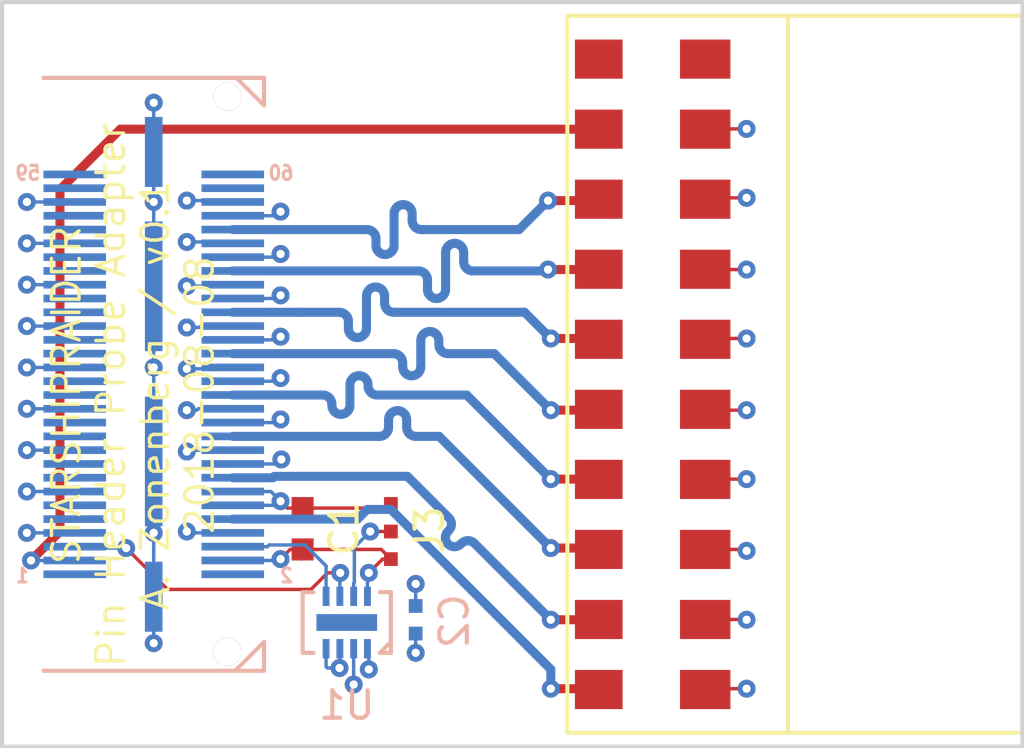
<source format=kicad_pcb>
(kicad_pcb (version 20171130) (host pcbnew "(5.0.1-dev-26-gedbf34c2b)")

  (general
    (thickness 1.6)
    (drawings 5)
    (tracks 579)
    (zones 0)
    (modules 6)
    (nets 37)
  )

  (page A4)
  (layers
    (0 F.Cu signal)
    (1 In1.Cu signal)
    (2 In2.Cu signal)
    (31 B.Cu signal)
    (32 B.Adhes user)
    (33 F.Adhes user)
    (34 B.Paste user)
    (35 F.Paste user)
    (36 B.SilkS user)
    (37 F.SilkS user)
    (38 B.Mask user)
    (39 F.Mask user)
    (40 Dwgs.User user)
    (41 Cmts.User user)
    (42 Eco1.User user)
    (43 Eco2.User user)
    (44 Edge.Cuts user)
    (45 Margin user)
    (46 B.CrtYd user)
    (47 F.CrtYd user)
    (48 B.Fab user)
    (49 F.Fab user)
  )

  (setup
    (last_trace_width 0.125)
    (user_trace_width 0.125)
    (user_trace_width 0.328)
    (trace_clearance 0.125)
    (zone_clearance 0.125)
    (zone_45_only no)
    (trace_min 0.125)
    (segment_width 0.2)
    (edge_width 0.15)
    (via_size 0.65)
    (via_drill 0.3)
    (via_min_size 0.55)
    (via_min_drill 0.2)
    (user_via 0.65 0.3)
    (uvia_size 0.3)
    (uvia_drill 0.1)
    (uvias_allowed no)
    (uvia_min_size 0.2)
    (uvia_min_drill 0.1)
    (pcb_text_width 0.3)
    (pcb_text_size 1.5 1.5)
    (mod_edge_width 0.15)
    (mod_text_size 1 1)
    (mod_text_width 0.15)
    (pad_size 1.524 1.524)
    (pad_drill 0.762)
    (pad_to_mask_clearance 0.05)
    (aux_axis_origin 0 0)
    (visible_elements FFFDFF7F)
    (pcbplotparams
      (layerselection 0x010fc_ffffffff)
      (usegerberextensions false)
      (usegerberattributes false)
      (usegerberadvancedattributes false)
      (creategerberjobfile false)
      (excludeedgelayer true)
      (linewidth 0.100000)
      (plotframeref false)
      (viasonmask false)
      (mode 1)
      (useauxorigin false)
      (hpglpennumber 1)
      (hpglpenspeed 20)
      (hpglpendiameter 15.000000)
      (psnegative false)
      (psa4output false)
      (plotreference true)
      (plotvalue true)
      (plotinvisibletext false)
      (padsonsilk false)
      (subtractmaskfromsilk false)
      (outputformat 1)
      (mirror false)
      (drillshape 1)
      (scaleselection 1)
      (outputdirectory ""))
  )

  (net 0 "")
  (net 1 /3V3)
  (net 2 /GND)
  (net 3 /EEPROM_WP_N)
  (net 4 /I2C_SDA)
  (net 5 /I2C_SCL)
  (net 6 /DQ0)
  (net 7 /DQ1)
  (net 8 /DQ2)
  (net 9 /DQ3)
  (net 10 /DQ4)
  (net 11 /DQ5)
  (net 12 /DQ6)
  (net 13 /DQ7)
  (net 14 /VCCO_REF)
  (net 15 "Net-(J1-Pad2)")
  (net 16 "Net-(J1-Pad1)")
  (net 17 "Net-(J1-Pad9)")
  (net 18 "Net-(J1-Pad11)")
  (net 19 "Net-(J1-Pad15)")
  (net 20 "Net-(J1-Pad17)")
  (net 21 "Net-(J1-Pad21)")
  (net 22 "Net-(J1-Pad23)")
  (net 23 "Net-(J1-Pad27)")
  (net 24 "Net-(J1-Pad29)")
  (net 25 "Net-(J1-Pad33)")
  (net 26 "Net-(J1-Pad35)")
  (net 27 "Net-(J1-Pad39)")
  (net 28 "Net-(J1-Pad41)")
  (net 29 "Net-(J1-Pad45)")
  (net 30 "Net-(J1-Pad47)")
  (net 31 "Net-(J1-Pad51)")
  (net 32 "Net-(J1-Pad53)")
  (net 33 "Net-(J1-Pad58)")
  (net 34 "Net-(J1-Pad57)")
  (net 35 "Net-(J1-Pad60)")
  (net 36 "Net-(J1-Pad59)")

  (net_class Default "This is the default net class."
    (clearance 0.125)
    (trace_width 0.125)
    (via_dia 0.65)
    (via_drill 0.3)
    (uvia_dia 0.3)
    (uvia_drill 0.1)
    (add_net /3V3)
    (add_net /DQ0)
    (add_net /DQ1)
    (add_net /DQ2)
    (add_net /DQ3)
    (add_net /DQ4)
    (add_net /DQ5)
    (add_net /DQ6)
    (add_net /DQ7)
    (add_net /EEPROM_WP_N)
    (add_net /GND)
    (add_net /I2C_SCL)
    (add_net /I2C_SDA)
    (add_net /VCCO_REF)
    (add_net "Net-(J1-Pad1)")
    (add_net "Net-(J1-Pad11)")
    (add_net "Net-(J1-Pad15)")
    (add_net "Net-(J1-Pad17)")
    (add_net "Net-(J1-Pad2)")
    (add_net "Net-(J1-Pad21)")
    (add_net "Net-(J1-Pad23)")
    (add_net "Net-(J1-Pad27)")
    (add_net "Net-(J1-Pad29)")
    (add_net "Net-(J1-Pad33)")
    (add_net "Net-(J1-Pad35)")
    (add_net "Net-(J1-Pad39)")
    (add_net "Net-(J1-Pad41)")
    (add_net "Net-(J1-Pad45)")
    (add_net "Net-(J1-Pad47)")
    (add_net "Net-(J1-Pad51)")
    (add_net "Net-(J1-Pad53)")
    (add_net "Net-(J1-Pad57)")
    (add_net "Net-(J1-Pad58)")
    (add_net "Net-(J1-Pad59)")
    (add_net "Net-(J1-Pad60)")
    (add_net "Net-(J1-Pad9)")
  )

  (module azonenberg_pcb:CONN_SAMTEC_QSH-030-01-L-D-A (layer B.Cu) (tedit 5B6A9D8C) (tstamp 5B6BC280)
    (at 94.5 42.5)
    (path /5B6C0787)
    (fp_text reference J1 (at -6.5 0 -90) (layer B.SilkS) hide
      (effects (font (size 1 1) (thickness 0.15)) (justify mirror))
    )
    (fp_text value STARSHIPRAIDER_PROBE_MODULE (at 0 21) (layer B.SilkS) hide
      (effects (font (size 1 1) (thickness 0.15)) (justify mirror))
    )
    (fp_text user 59 (at -4.565 -7.3) (layer B.SilkS)
      (effects (font (size 0.508 0.457) (thickness 0.11425)) (justify mirror))
    )
    (fp_text user 60 (at 4.615 -7.3) (layer B.SilkS)
      (effects (font (size 0.508 0.457) (thickness 0.11425)) (justify mirror))
    )
    (fp_text user 2 (at 4.815 7.3) (layer B.SilkS)
      (effects (font (size 0.508 0.457) (thickness 0.11425)) (justify mirror))
    )
    (fp_text user 1 (at -4.765 7.3) (layer B.SilkS)
      (effects (font (size 0.508 0.457) (thickness 0.11425)) (justify mirror))
    )
    (fp_line (start 4 -10.75) (end -4 -10.75) (layer B.SilkS) (width 0.15))
    (fp_line (start -4 10.75) (end 4 10.75) (layer B.SilkS) (width 0.15))
    (fp_line (start 3 10.7) (end 4 9.7) (layer B.SilkS) (width 0.15))
    (fp_line (start 4 9.7) (end 4 10.7) (layer B.SilkS) (width 0.15))
    (fp_line (start 4 10.7) (end 4 10.7) (layer B.SilkS) (width 0.1))
    (fp_line (start 3 -10.75) (end 4 -9.75) (layer B.SilkS) (width 0.15))
    (fp_line (start 4 -9.75) (end 4 -10.75) (layer B.SilkS) (width 0.15))
    (pad 2 smd rect (at 2.865 7.25) (size 2.27 0.279) (layers B.Cu B.Paste B.Mask)
      (net 15 "Net-(J1-Pad2)"))
    (pad 1 smd rect (at -2.865 7.25) (size 2.27 0.279) (layers B.Cu B.Paste B.Mask)
      (net 16 "Net-(J1-Pad1)"))
    (pad 4 smd rect (at 2.865 6.75) (size 2.27 0.279) (layers B.Cu B.Paste B.Mask)
      (net 1 /3V3))
    (pad 3 smd rect (at -2.865 6.75) (size 2.27 0.279) (layers B.Cu B.Paste B.Mask)
      (net 14 /VCCO_REF))
    (pad 6 smd rect (at 2.865 6.25) (size 2.27 0.279) (layers B.Cu B.Paste B.Mask)
      (net 4 /I2C_SDA))
    (pad 5 smd rect (at -2.865 6.25) (size 2.27 0.279) (layers B.Cu B.Paste B.Mask)
      (net 5 /I2C_SCL))
    (pad 8 smd rect (at 2.865 5.75) (size 2.27 0.279) (layers B.Cu B.Paste B.Mask)
      (net 2 /GND))
    (pad 7 smd rect (at -2.865 5.75) (size 2.27 0.279) (layers B.Cu B.Paste B.Mask)
      (net 2 /GND))
    (pad 10 smd rect (at 2.865 5.25) (size 2.27 0.279) (layers B.Cu B.Paste B.Mask)
      (net 6 /DQ0))
    (pad 9 smd rect (at -2.865 5.25) (size 2.27 0.279) (layers B.Cu B.Paste B.Mask)
      (net 17 "Net-(J1-Pad9)"))
    (pad 12 smd rect (at 2.865 4.75) (size 2.27 0.279) (layers B.Cu B.Paste B.Mask)
      (net 2 /GND))
    (pad 11 smd rect (at -2.865 4.75) (size 2.27 0.279) (layers B.Cu B.Paste B.Mask)
      (net 18 "Net-(J1-Pad11)"))
    (pad 14 smd rect (at 2.865 4.25) (size 2.27 0.279) (layers B.Cu B.Paste B.Mask)
      (net 2 /GND))
    (pad 13 smd rect (at -2.865 4.25) (size 2.27 0.279) (layers B.Cu B.Paste B.Mask)
      (net 2 /GND))
    (pad 16 smd rect (at 2.865 3.75) (size 2.27 0.279) (layers B.Cu B.Paste B.Mask)
      (net 7 /DQ1))
    (pad 15 smd rect (at -2.865 3.75) (size 2.27 0.279) (layers B.Cu B.Paste B.Mask)
      (net 19 "Net-(J1-Pad15)"))
    (pad 18 smd rect (at 2.865 3.25) (size 2.27 0.279) (layers B.Cu B.Paste B.Mask)
      (net 2 /GND))
    (pad 17 smd rect (at -2.865 3.25) (size 2.27 0.279) (layers B.Cu B.Paste B.Mask)
      (net 20 "Net-(J1-Pad17)"))
    (pad 20 smd rect (at 2.865 2.75) (size 2.27 0.279) (layers B.Cu B.Paste B.Mask)
      (net 2 /GND))
    (pad 19 smd rect (at -2.865 2.75) (size 2.27 0.279) (layers B.Cu B.Paste B.Mask)
      (net 2 /GND))
    (pad 22 smd rect (at 2.865 2.25) (size 2.27 0.279) (layers B.Cu B.Paste B.Mask)
      (net 8 /DQ2))
    (pad 21 smd rect (at -2.865 2.25) (size 2.27 0.279) (layers B.Cu B.Paste B.Mask)
      (net 21 "Net-(J1-Pad21)"))
    (pad 24 smd rect (at 2.865 1.75) (size 2.27 0.279) (layers B.Cu B.Paste B.Mask)
      (net 2 /GND))
    (pad 23 smd rect (at -2.865 1.75) (size 2.27 0.279) (layers B.Cu B.Paste B.Mask)
      (net 22 "Net-(J1-Pad23)"))
    (pad 26 smd rect (at 2.865 1.25) (size 2.27 0.279) (layers B.Cu B.Paste B.Mask)
      (net 2 /GND))
    (pad 25 smd rect (at -2.865 1.25) (size 2.27 0.279) (layers B.Cu B.Paste B.Mask)
      (net 2 /GND))
    (pad 28 smd rect (at 2.865 0.75) (size 2.27 0.279) (layers B.Cu B.Paste B.Mask)
      (net 9 /DQ3))
    (pad 27 smd rect (at -2.865 0.75) (size 2.27 0.279) (layers B.Cu B.Paste B.Mask)
      (net 23 "Net-(J1-Pad27)"))
    (pad 30 smd rect (at 2.865 0.25) (size 2.27 0.279) (layers B.Cu B.Paste B.Mask)
      (net 2 /GND))
    (pad 29 smd rect (at -2.865 0.25) (size 2.27 0.279) (layers B.Cu B.Paste B.Mask)
      (net 24 "Net-(J1-Pad29)"))
    (pad 32 smd rect (at 2.865 -0.25) (size 2.27 0.279) (layers B.Cu B.Paste B.Mask)
      (net 2 /GND))
    (pad 31 smd rect (at -2.865 -0.25) (size 2.27 0.279) (layers B.Cu B.Paste B.Mask)
      (net 2 /GND))
    (pad 34 smd rect (at 2.865 -0.75) (size 2.27 0.279) (layers B.Cu B.Paste B.Mask)
      (net 10 /DQ4))
    (pad 33 smd rect (at -2.865 -0.75) (size 2.27 0.279) (layers B.Cu B.Paste B.Mask)
      (net 25 "Net-(J1-Pad33)"))
    (pad 36 smd rect (at 2.865 -1.25) (size 2.27 0.279) (layers B.Cu B.Paste B.Mask)
      (net 2 /GND))
    (pad 35 smd rect (at -2.865 -1.25) (size 2.27 0.279) (layers B.Cu B.Paste B.Mask)
      (net 26 "Net-(J1-Pad35)"))
    (pad 38 smd rect (at 2.865 -1.75) (size 2.27 0.279) (layers B.Cu B.Paste B.Mask)
      (net 2 /GND))
    (pad 37 smd rect (at -2.865 -1.75) (size 2.27 0.279) (layers B.Cu B.Paste B.Mask)
      (net 2 /GND))
    (pad 40 smd rect (at 2.865 -2.25) (size 2.27 0.279) (layers B.Cu B.Paste B.Mask)
      (net 11 /DQ5))
    (pad 39 smd rect (at -2.865 -2.25) (size 2.27 0.279) (layers B.Cu B.Paste B.Mask)
      (net 27 "Net-(J1-Pad39)"))
    (pad 42 smd rect (at 2.865 -2.75) (size 2.27 0.279) (layers B.Cu B.Paste B.Mask)
      (net 2 /GND))
    (pad 41 smd rect (at -2.865 -2.75) (size 2.27 0.279) (layers B.Cu B.Paste B.Mask)
      (net 28 "Net-(J1-Pad41)"))
    (pad 44 smd rect (at 2.865 -3.25) (size 2.27 0.279) (layers B.Cu B.Paste B.Mask)
      (net 2 /GND))
    (pad 43 smd rect (at -2.865 -3.25) (size 2.27 0.279) (layers B.Cu B.Paste B.Mask)
      (net 2 /GND))
    (pad 46 smd rect (at 2.865 -3.75) (size 2.27 0.279) (layers B.Cu B.Paste B.Mask)
      (net 12 /DQ6))
    (pad 45 smd rect (at -2.865 -3.75) (size 2.27 0.279) (layers B.Cu B.Paste B.Mask)
      (net 29 "Net-(J1-Pad45)"))
    (pad 48 smd rect (at 2.865 -4.25) (size 2.27 0.279) (layers B.Cu B.Paste B.Mask)
      (net 2 /GND))
    (pad 47 smd rect (at -2.865 -4.25) (size 2.27 0.279) (layers B.Cu B.Paste B.Mask)
      (net 30 "Net-(J1-Pad47)"))
    (pad 50 smd rect (at 2.865 -4.75) (size 2.27 0.279) (layers B.Cu B.Paste B.Mask)
      (net 2 /GND))
    (pad 49 smd rect (at -2.865 -4.75) (size 2.27 0.279) (layers B.Cu B.Paste B.Mask)
      (net 2 /GND))
    (pad 52 smd rect (at 2.865 -5.25) (size 2.27 0.279) (layers B.Cu B.Paste B.Mask)
      (net 13 /DQ7))
    (pad 51 smd rect (at -2.865 -5.25) (size 2.27 0.279) (layers B.Cu B.Paste B.Mask)
      (net 31 "Net-(J1-Pad51)"))
    (pad 54 smd rect (at 2.865 -5.75) (size 2.27 0.279) (layers B.Cu B.Paste B.Mask)
      (net 2 /GND))
    (pad 53 smd rect (at -2.865 -5.75) (size 2.27 0.279) (layers B.Cu B.Paste B.Mask)
      (net 32 "Net-(J1-Pad53)"))
    (pad 56 smd rect (at 2.865 -6.25) (size 2.27 0.279) (layers B.Cu B.Paste B.Mask)
      (net 2 /GND))
    (pad 55 smd rect (at -2.865 -6.25) (size 2.27 0.279) (layers B.Cu B.Paste B.Mask)
      (net 2 /GND))
    (pad 58 smd rect (at 2.865 -6.75) (size 2.27 0.279) (layers B.Cu B.Paste B.Mask)
      (net 33 "Net-(J1-Pad58)"))
    (pad 57 smd rect (at -2.865 -6.75) (size 2.27 0.279) (layers B.Cu B.Paste B.Mask)
      (net 34 "Net-(J1-Pad57)"))
    (pad 60 smd rect (at 2.865 -7.25) (size 2.27 0.279) (layers B.Cu B.Paste B.Mask)
      (net 35 "Net-(J1-Pad60)"))
    (pad "" thru_hole circle (at 2.67 -10.065) (size 1.02 1.02) (drill 1.02) (layers *.Cu *.Mask B.SilkS))
    (pad GND smd rect (at 0 8.065) (size 0.64 2.54) (layers B.Cu B.Paste B.Mask)
      (net 2 /GND))
    (pad GND smd rect (at 0 -8.065) (size 0.64 2.54) (layers B.Cu B.Paste B.Mask)
      (net 2 /GND))
    (pad GND smd rect (at 0 3.159) (size 0.64 4.7) (layers B.Cu B.Paste B.Mask)
      (net 2 /GND))
    (pad GND smd rect (at 0 -3.191) (size 0.64 4.7) (layers B.Cu B.Paste B.Mask)
      (net 2 /GND))
    (pad 59 smd rect (at -2.865 -7.25) (size 2.27 0.279) (layers B.Cu B.Paste B.Mask)
      (net 36 "Net-(J1-Pad59)"))
    (pad "" thru_hole circle (at 2.67 10.065) (size 1.02 1.02) (drill 1.02) (layers *.Cu *.Mask B.SilkS))
    (model :SAMTEC:QSH-030-01-F-D-A.stp
      (at (xyz 0 0 0))
      (scale (xyz 1 1 1))
      (rotate (xyz -90 0 90))
    )
  )

  (module azonenberg_pcb:CONN_SAMTEC_SMH_110_02_L_D (layer F.Cu) (tedit 5B6A9D90) (tstamp 5B6BC22F)
    (at 114.5 42.5 90)
    (path /5B6C8AB9)
    (fp_text reference J2 (at 0.05 -5.95 90) (layer F.SilkS) hide
      (effects (font (size 1 1) (thickness 0.15)))
    )
    (fp_text value STARSHIPRAIDER_PINHDR (at 0.05 -6.95 90) (layer F.Fab)
      (effects (font (size 1 1) (thickness 0.15)))
    )
    (fp_line (start -13 3) (end 13 3) (layer F.SilkS) (width 0.15))
    (fp_line (start -13 11.5) (end 13 11.5) (layer F.SilkS) (width 0.15))
    (fp_line (start 13 11.5) (end 13 -5) (layer F.SilkS) (width 0.15))
    (fp_line (start 13 -5) (end -13 -5) (layer F.SilkS) (width 0.15))
    (fp_line (start -13 -5) (end -13 11.5) (layer F.SilkS) (width 0.15))
    (pad 1 smd rect (at -11.43 -3.86 90) (size 1.42 1.73) (layers F.Cu F.Paste F.Mask)
      (net 6 /DQ0))
    (pad 3 smd rect (at -8.89 -3.86 90) (size 1.42 1.73) (layers F.Cu F.Paste F.Mask)
      (net 7 /DQ1))
    (pad 5 smd rect (at -6.35 -3.86 90) (size 1.42 1.73) (layers F.Cu F.Paste F.Mask)
      (net 8 /DQ2))
    (pad 7 smd rect (at -3.81 -3.86 90) (size 1.42 1.73) (layers F.Cu F.Paste F.Mask)
      (net 9 /DQ3))
    (pad 9 smd rect (at -1.27 -3.86 90) (size 1.42 1.73) (layers F.Cu F.Paste F.Mask)
      (net 10 /DQ4))
    (pad 11 smd rect (at 1.27 -3.86 90) (size 1.42 1.73) (layers F.Cu F.Paste F.Mask)
      (net 11 /DQ5))
    (pad 13 smd rect (at 3.81 -3.86 90) (size 1.42 1.73) (layers F.Cu F.Paste F.Mask)
      (net 12 /DQ6))
    (pad 15 smd rect (at 6.35 -3.86 90) (size 1.42 1.73) (layers F.Cu F.Paste F.Mask)
      (net 13 /DQ7))
    (pad 17 smd rect (at 8.89 -3.86 90) (size 1.42 1.73) (layers F.Cu F.Paste F.Mask)
      (net 14 /VCCO_REF))
    (pad 19 smd rect (at 11.43 -3.86 90) (size 1.42 1.73) (layers F.Cu F.Paste F.Mask))
    (pad 2 smd rect (at -11.43 0 90) (size 1.42 1.83) (layers F.Cu F.Paste F.Mask)
      (net 2 /GND))
    (pad 4 smd rect (at -8.89 0 90) (size 1.42 1.83) (layers F.Cu F.Paste F.Mask)
      (net 2 /GND))
    (pad 6 smd rect (at -6.35 0 90) (size 1.42 1.83) (layers F.Cu F.Paste F.Mask)
      (net 2 /GND))
    (pad 8 smd rect (at -3.81 0 90) (size 1.42 1.83) (layers F.Cu F.Paste F.Mask)
      (net 2 /GND))
    (pad 10 smd rect (at -1.27 0 90) (size 1.42 1.83) (layers F.Cu F.Paste F.Mask)
      (net 2 /GND))
    (pad 12 smd rect (at 1.27 0 90) (size 1.42 1.83) (layers F.Cu F.Paste F.Mask)
      (net 2 /GND))
    (pad 14 smd rect (at 3.81 0 90) (size 1.42 1.83) (layers F.Cu F.Paste F.Mask)
      (net 2 /GND))
    (pad 16 smd rect (at 6.35 0 90) (size 1.42 1.83) (layers F.Cu F.Paste F.Mask)
      (net 2 /GND))
    (pad 18 smd rect (at 8.89 0 90) (size 1.42 1.83) (layers F.Cu F.Paste F.Mask)
      (net 2 /GND))
    (pad 20 smd rect (at 11.43 0 90) (size 1.42 1.83) (layers F.Cu F.Paste F.Mask))
  )

  (module azonenberg_pcb:DFN_8_0.5MM_2x3MM (layer B.Cu) (tedit 53C55214) (tstamp 5B6BC212)
    (at 101.5 51.5 180)
    (path /5B6C8B2A)
    (fp_text reference U1 (at 0 -3 180) (layer B.SilkS)
      (effects (font (size 1 1) (thickness 0.15)) (justify mirror))
    )
    (fp_text value 24C04-DFN8 (at 0 -4.5 180) (layer B.SilkS) hide
      (effects (font (size 1 1) (thickness 0.15)) (justify mirror))
    )
    (fp_line (start -1.2 -1.1) (end -1.6 -0.7) (layer B.SilkS) (width 0.15))
    (fp_line (start 1.2 1.1) (end 1.6 1.1) (layer B.SilkS) (width 0.15))
    (fp_line (start 1.6 1.1) (end 1.6 -1.1) (layer B.SilkS) (width 0.15))
    (fp_line (start 1.6 -1.1) (end 1.2 -1.1) (layer B.SilkS) (width 0.15))
    (fp_line (start -1.6 1.1) (end -1.6 -1.1) (layer B.SilkS) (width 0.15))
    (fp_line (start -1.6 -1.1) (end -1.2 -1.1) (layer B.SilkS) (width 0.15))
    (fp_line (start -1.6 1.1) (end -1.2 1.1) (layer B.SilkS) (width 0.15))
    (pad PAD smd rect (at 0 0 180) (size 2.2 0.61) (layers B.Cu B.Paste B.Mask))
    (pad 1 smd rect (at -0.75 -0.95 180) (size 0.25 0.7) (layers B.Cu B.Paste B.Mask)
      (net 2 /GND))
    (pad 2 smd rect (at -0.25 -0.95 180) (size 0.25 0.7) (layers B.Cu B.Paste B.Mask)
      (net 1 /3V3))
    (pad 3 smd rect (at 0.25 -0.95 180) (size 0.25 0.7) (layers B.Cu B.Paste B.Mask)
      (net 2 /GND))
    (pad 4 smd rect (at 0.75 -0.95 180) (size 0.25 0.7) (layers B.Cu B.Paste B.Mask)
      (net 2 /GND))
    (pad 5 smd rect (at 0.75 0.95 180) (size 0.25 0.7) (layers B.Cu B.Paste B.Mask)
      (net 4 /I2C_SDA))
    (pad 6 smd rect (at 0.25 0.95 180) (size 0.25 0.7) (layers B.Cu B.Paste B.Mask)
      (net 5 /I2C_SCL))
    (pad 7 smd rect (at -0.25 0.95 180) (size 0.25 0.7) (layers B.Cu B.Paste B.Mask)
      (net 3 /EEPROM_WP_N))
    (pad 8 smd rect (at -0.75 0.95 180) (size 0.25 0.7) (layers B.Cu B.Paste B.Mask)
      (net 1 /3V3))
    (model /nfs4/home/azonenberg/kicad-libs/3rdparty/walter/smd_qfn/dfn8.wrl
      (at (xyz 0 0 0))
      (scale (xyz 1 0.75 1))
      (rotate (xyz 0 0 0))
    )
  )

  (module azonenberg_pcb:EIA_0402_CAP_NOSILK (layer B.Cu) (tedit 53C529C4) (tstamp 5B6BC1FE)
    (at 104 51.4 270)
    (path /5B6C8D3F)
    (fp_text reference C2 (at 0.05 -1.4 270) (layer B.SilkS)
      (effects (font (size 1 1) (thickness 0.15)) (justify mirror))
    )
    (fp_text value "0.47 uF" (at 0.05 -3.1 270) (layer B.SilkS) hide
      (effects (font (size 1 1) (thickness 0.15)) (justify mirror))
    )
    (pad 1 smd rect (at -0.5 0 270) (size 0.5 0.5) (layers B.Cu B.Paste B.Mask)
      (net 1 /3V3))
    (pad 2 smd rect (at 0.5 0 270) (size 0.5 0.5) (layers B.Cu B.Paste B.Mask)
      (net 2 /GND))
    (model /nfs4/home/azonenberg/kicad-libs/3rdparty/walter/smd_cap/c_0402.wrl
      (at (xyz 0 0 0))
      (scale (xyz 1 1 1))
      (rotate (xyz 0 0 0))
    )
  )

  (module azonenberg_pcb:EIA_0402_JUMPER (layer F.Cu) (tedit 5B6A925F) (tstamp 5B6BC1F8)
    (at 103.1 48.2 90)
    (path /5B6C92AF)
    (fp_text reference J3 (at 0.05 1.4 90) (layer F.SilkS)
      (effects (font (size 1 1) (thickness 0.15)))
    )
    (fp_text value JUMPER_0402_SPDT (at 0.05 3.1 90) (layer F.SilkS) hide
      (effects (font (size 1 1) (thickness 0.15)))
    )
    (pad 1 smd rect (at -1 0 90) (size 0.5 0.5) (layers F.Cu F.Paste F.Mask)
      (net 1 /3V3))
    (pad 2 smd rect (at 0 0 90) (size 0.5 0.5) (layers F.Cu F.Paste F.Mask)
      (net 3 /EEPROM_WP_N))
    (pad 3 smd rect (at 1 0 90) (size 0.5 0.5) (layers F.Cu F.Paste F.Mask)
      (net 2 /GND))
  )

  (module azonenberg_pcb:EIA_0603_CAP_NOSILK (layer F.Cu) (tedit 53C52A1B) (tstamp 5B6BC1F1)
    (at 99.9 48.1 90)
    (path /5B6C8C9D)
    (fp_text reference C1 (at 0 1.5 90) (layer F.SilkS)
      (effects (font (size 1 1) (thickness 0.15)))
    )
    (fp_text value "4.7 uF" (at 0 3 90) (layer F.SilkS) hide
      (effects (font (size 1 1) (thickness 0.15)))
    )
    (pad 1 smd rect (at -0.75 0 90) (size 0.8 0.8) (layers F.Cu F.Paste F.Mask)
      (net 1 /3V3))
    (pad 2 smd rect (at 0.75 0 90) (size 0.8 0.8) (layers F.Cu F.Paste F.Mask)
      (net 2 /GND))
    (model /nfs4/home/azonenberg/kicad-libs/3rdparty/walter/smd_cap/c_0603.wrl
      (at (xyz 0 0 0))
      (scale (xyz 1 1 1))
      (rotate (xyz 0 0 0))
    )
  )

  (gr_text "STARSHIPRAIDER\nPin Header Probe Adapter\nA. Zonenberg / v0.1\n2018-08-08" (at 93.75 43.25 90) (layer F.SilkS)
    (effects (font (size 1 1) (thickness 0.125)))
  )
  (gr_line (start 126 56) (end 126 29) (layer Edge.Cuts) (width 0.15))
  (gr_line (start 89 56) (end 126 56) (layer Edge.Cuts) (width 0.15))
  (gr_line (start 89 29) (end 89 56) (layer Edge.Cuts) (width 0.15))
  (gr_line (start 126 29) (end 89 29) (layer Edge.Cuts) (width 0.15))

  (via (at 104 50.1) (size 0.65) (drill 0.3) (layers F.Cu B.Cu) (net 1))
  (segment (start 104 50.9) (end 104 50.1) (width 0.125) (layer B.Cu) (net 1))
  (via (at 102.3 49.7) (size 0.65) (drill 0.3) (layers F.Cu B.Cu) (net 1))
  (segment (start 102.7 50.1) (end 102.3 49.7) (width 0.125) (layer In2.Cu) (net 1))
  (segment (start 104 50.1) (end 102.7 50.1) (width 0.125) (layer In2.Cu) (net 1))
  (segment (start 102.25 49.75) (end 102.3 49.7) (width 0.125) (layer B.Cu) (net 1))
  (segment (start 102.25 50.55) (end 102.25 49.75) (width 0.125) (layer B.Cu) (net 1))
  (via (at 101.751991 53.748009) (size 0.65) (drill 0.3) (layers F.Cu B.Cu) (net 1))
  (segment (start 101.75 53.746018) (end 101.751991 53.748009) (width 0.125) (layer B.Cu) (net 1))
  (segment (start 101.75 52.45) (end 101.75 53.746018) (width 0.125) (layer B.Cu) (net 1))
  (segment (start 101.751991 50.248009) (end 102.3 49.7) (width 0.125) (layer In2.Cu) (net 1))
  (via (at 99.1 49.2) (size 0.65) (drill 0.3) (layers F.Cu B.Cu) (net 1))
  (segment (start 99.05 49.25) (end 99.1 49.2) (width 0.125) (layer B.Cu) (net 1))
  (segment (start 97.365 49.25) (end 99.05 49.25) (width 0.125) (layer B.Cu) (net 1))
  (segment (start 99.85 49.2) (end 100.2 48.85) (width 0.125) (layer F.Cu) (net 1))
  (segment (start 99.45 48.85) (end 99.1 49.2) (width 0.125) (layer F.Cu) (net 1))
  (segment (start 99.9 48.85) (end 99.45 48.85) (width 0.125) (layer F.Cu) (net 1))
  (segment (start 102.75 48.85) (end 103.1 49.2) (width 0.125) (layer F.Cu) (net 1))
  (segment (start 99.9 48.85) (end 102.75 48.85) (width 0.125) (layer F.Cu) (net 1))
  (segment (start 102.8 49.2) (end 102.3 49.7) (width 0.125) (layer F.Cu) (net 1))
  (segment (start 103.1 49.2) (end 102.8 49.2) (width 0.125) (layer F.Cu) (net 1))
  (segment (start 99.1 49.2) (end 100.4 50.5) (width 0.125) (layer In2.Cu) (net 1))
  (segment (start 101.751991 50.5) (end 101.751991 50.248009) (width 0.125) (layer In2.Cu) (net 1))
  (segment (start 100.4 50.5) (end 101.751991 50.5) (width 0.125) (layer In2.Cu) (net 1))
  (segment (start 101.751991 53.748009) (end 101.751991 50.5) (width 0.125) (layer In2.Cu) (net 1))
  (via (at 104 52.6) (size 0.65) (drill 0.3) (layers F.Cu B.Cu) (net 2))
  (segment (start 104 51.9) (end 104 52.6) (width 0.125) (layer B.Cu) (net 2))
  (via (at 102.3 53.2) (size 0.65) (drill 0.3) (layers F.Cu B.Cu) (net 2))
  (segment (start 102.9 52.6) (end 102.3 53.2) (width 0.125) (layer In1.Cu) (net 2))
  (segment (start 104 52.6) (end 102.9 52.6) (width 0.125) (layer In1.Cu) (net 2))
  (segment (start 102.3 52.5) (end 102.25 52.45) (width 0.125) (layer B.Cu) (net 2))
  (segment (start 102.3 53.2) (end 102.3 52.5) (width 0.125) (layer B.Cu) (net 2))
  (via (at 101.2375 53.150131) (size 0.65) (drill 0.3) (layers F.Cu B.Cu) (net 2))
  (segment (start 101.25 53.137631) (end 101.2375 53.150131) (width 0.125) (layer B.Cu) (net 2))
  (segment (start 101.25 52.45) (end 101.25 53.137631) (width 0.125) (layer B.Cu) (net 2))
  (segment (start 102.250131 53.150131) (end 102.3 53.2) (width 0.125) (layer In1.Cu) (net 2))
  (segment (start 101.2375 53.150131) (end 102.250131 53.150131) (width 0.125) (layer In1.Cu) (net 2))
  (segment (start 100.8 53.150131) (end 101.2375 53.150131) (width 0.125) (layer B.Cu) (net 2))
  (segment (start 100.75 53.100131) (end 100.8 53.150131) (width 0.125) (layer B.Cu) (net 2))
  (segment (start 100.75 52.45) (end 100.75 53.100131) (width 0.125) (layer B.Cu) (net 2))
  (segment (start 100.15 47.3) (end 100.2 47.35) (width 0.125) (layer F.Cu) (net 2))
  (via (at 89.9 48.25) (size 0.65) (drill 0.3) (layers F.Cu B.Cu) (net 2))
  (segment (start 91.635 48.25) (end 89.9 48.25) (width 0.125) (layer B.Cu) (net 2))
  (via (at 89.9 46.75) (size 0.65) (drill 0.3) (layers F.Cu B.Cu) (net 2))
  (segment (start 89.9 48.25) (end 89.9 46.75) (width 0.125) (layer In1.Cu) (net 2))
  (segment (start 89.9 46.75) (end 91.635 46.75) (width 0.125) (layer B.Cu) (net 2))
  (via (at 89.9 45.25) (size 0.65) (drill 0.3) (layers F.Cu B.Cu) (net 2))
  (segment (start 89.9 46.75) (end 89.9 45.25) (width 0.125) (layer In1.Cu) (net 2))
  (segment (start 89.9 45.25) (end 91.635 45.25) (width 0.125) (layer B.Cu) (net 2))
  (via (at 89.9 43.75) (size 0.65) (drill 0.3) (layers F.Cu B.Cu) (net 2))
  (segment (start 89.9 45.25) (end 89.9 43.75) (width 0.125) (layer In1.Cu) (net 2))
  (segment (start 89.9 43.75) (end 91.635 43.75) (width 0.125) (layer B.Cu) (net 2))
  (via (at 89.9 42.25) (size 0.65) (drill 0.3) (layers F.Cu B.Cu) (net 2))
  (segment (start 90.359619 42.25) (end 91.635 42.25) (width 0.125) (layer B.Cu) (net 2))
  (segment (start 89.9 42.25) (end 90.359619 42.25) (width 0.125) (layer B.Cu) (net 2))
  (segment (start 89.9 42.25) (end 89.9 43.75) (width 0.125) (layer In1.Cu) (net 2))
  (via (at 89.9 40.75) (size 0.65) (drill 0.3) (layers F.Cu B.Cu) (net 2))
  (segment (start 89.9 42.25) (end 89.9 40.75) (width 0.125) (layer In1.Cu) (net 2))
  (segment (start 89.9 40.75) (end 91.635 40.75) (width 0.125) (layer B.Cu) (net 2))
  (via (at 89.9 39.25) (size 0.65) (drill 0.3) (layers F.Cu B.Cu) (net 2))
  (segment (start 89.9 40.75) (end 89.9 39.25) (width 0.125) (layer In1.Cu) (net 2))
  (segment (start 90.359619 39.25) (end 91.635 39.25) (width 0.125) (layer B.Cu) (net 2))
  (segment (start 89.9 39.25) (end 90.359619 39.25) (width 0.125) (layer B.Cu) (net 2))
  (via (at 89.9 37.75) (size 0.65) (drill 0.3) (layers F.Cu B.Cu) (net 2))
  (segment (start 89.9 39.25) (end 89.9 37.75) (width 0.125) (layer In1.Cu) (net 2))
  (segment (start 89.9 37.75) (end 91.635 37.75) (width 0.125) (layer B.Cu) (net 2))
  (via (at 89.9 36.25) (size 0.65) (drill 0.3) (layers F.Cu B.Cu) (net 2))
  (segment (start 89.9 37.75) (end 89.9 36.25) (width 0.125) (layer In1.Cu) (net 2))
  (segment (start 89.9 36.25) (end 91.635 36.25) (width 0.125) (layer B.Cu) (net 2))
  (via (at 94.5 36.25) (size 0.65) (drill 0.3) (layers F.Cu B.Cu) (net 2))
  (segment (start 94.5 34.435) (end 94.5 36.25) (width 0.125) (layer B.Cu) (net 2))
  (segment (start 94.040381 36.25) (end 89.9 36.25) (width 0.125) (layer In1.Cu) (net 2))
  (segment (start 94.5 36.25) (end 94.040381 36.25) (width 0.125) (layer In1.Cu) (net 2))
  (segment (start 94.5 36.25) (end 94.5 39.309) (width 0.125) (layer B.Cu) (net 2))
  (via (at 94.5 32.65) (size 0.65) (drill 0.3) (layers F.Cu B.Cu) (net 2))
  (segment (start 94.5 33.04) (end 94.5 32.65) (width 0.125) (layer B.Cu) (net 2))
  (segment (start 94.5 34.435) (end 94.5 33.04) (width 0.125) (layer B.Cu) (net 2))
  (segment (start 94.5 32.65) (end 94.5 36.25) (width 0.125) (layer In1.Cu) (net 2))
  (via (at 94.5 42.25) (size 0.65) (drill 0.3) (layers F.Cu B.Cu) (net 2))
  (segment (start 94.5 39.309) (end 94.5 42.25) (width 0.125) (layer B.Cu) (net 2))
  (segment (start 94.5 42.25) (end 89.9 42.25) (width 0.125) (layer In1.Cu) (net 2))
  (segment (start 94.5 42.25) (end 94.5 45.659) (width 0.125) (layer B.Cu) (net 2))
  (via (at 94.5 48.25) (size 0.65) (drill 0.3) (layers F.Cu B.Cu) (net 2))
  (segment (start 94.5 42.25) (end 94.5 48.25) (width 0.125) (layer In1.Cu) (net 2))
  (segment (start 94.5 48.25) (end 89.9 48.25) (width 0.125) (layer In1.Cu) (net 2))
  (segment (start 94.5 48.25) (end 94.5 50.565) (width 0.125) (layer B.Cu) (net 2))
  (via (at 94.5 52.25) (size 0.65) (drill 0.3) (layers F.Cu B.Cu) (net 2))
  (segment (start 94.5 51.96) (end 94.5 52.25) (width 0.125) (layer B.Cu) (net 2))
  (segment (start 94.5 50.565) (end 94.5 51.96) (width 0.125) (layer B.Cu) (net 2))
  (segment (start 94.5 52.25) (end 94.5 48.25) (width 0.125) (layer In1.Cu) (net 2))
  (segment (start 102.95 47.35) (end 103.1 47.2) (width 0.125) (layer F.Cu) (net 2))
  (segment (start 99.9 47.35) (end 102.95 47.35) (width 0.125) (layer F.Cu) (net 2))
  (via (at 99.1 47.1) (size 0.65) (drill 0.3) (layers F.Cu B.Cu) (net 2))
  (segment (start 98.95 47.25) (end 99.1 47.1) (width 0.125) (layer B.Cu) (net 2))
  (segment (start 97.365 47.25) (end 98.95 47.25) (width 0.125) (layer B.Cu) (net 2))
  (segment (start 98.75 46.75) (end 99.1 47.1) (width 0.125) (layer B.Cu) (net 2))
  (segment (start 97.365 46.75) (end 98.75 46.75) (width 0.125) (layer B.Cu) (net 2))
  (via (at 95.7 48.2) (size 0.65) (drill 0.3) (layers F.Cu B.Cu) (net 2))
  (segment (start 95.75 48.25) (end 95.7 48.2) (width 0.125) (layer B.Cu) (net 2))
  (segment (start 97.365 48.25) (end 95.75 48.25) (width 0.125) (layer B.Cu) (net 2))
  (segment (start 94.55 48.2) (end 94.5 48.25) (width 0.125) (layer In1.Cu) (net 2))
  (segment (start 95.7 48.2) (end 94.55 48.2) (width 0.125) (layer In1.Cu) (net 2))
  (segment (start 98 48.2) (end 99.1 47.1) (width 0.125) (layer In1.Cu) (net 2))
  (segment (start 95.7 48.2) (end 98 48.2) (width 0.125) (layer In1.Cu) (net 2))
  (via (at 95.7 45.3) (size 0.65) (drill 0.3) (layers F.Cu B.Cu) (net 2))
  (segment (start 95.75 45.25) (end 95.7 45.3) (width 0.125) (layer B.Cu) (net 2))
  (segment (start 97.365 45.25) (end 95.75 45.25) (width 0.125) (layer B.Cu) (net 2))
  (segment (start 95.7 45.3) (end 95.7 48.2) (width 0.125) (layer In1.Cu) (net 2))
  (via (at 95.7 43.8) (size 0.65) (drill 0.3) (layers F.Cu B.Cu) (net 2))
  (segment (start 95.7 45.3) (end 95.7 43.8) (width 0.125) (layer In1.Cu) (net 2))
  (segment (start 96.105 43.75) (end 96.055 43.8) (width 0.125) (layer B.Cu) (net 2))
  (segment (start 96.055 43.8) (end 95.7 43.8) (width 0.125) (layer B.Cu) (net 2))
  (segment (start 97.365 43.75) (end 96.105 43.75) (width 0.125) (layer B.Cu) (net 2))
  (via (at 95.7 42.3) (size 0.65) (drill 0.3) (layers F.Cu B.Cu) (net 2))
  (segment (start 97.315 42.3) (end 97.365 42.25) (width 0.125) (layer B.Cu) (net 2))
  (segment (start 95.7 42.3) (end 97.315 42.3) (width 0.125) (layer B.Cu) (net 2))
  (segment (start 95.7 43.340381) (end 95.7 42.3) (width 0.125) (layer In1.Cu) (net 2))
  (segment (start 95.7 43.8) (end 95.7 43.340381) (width 0.125) (layer In1.Cu) (net 2))
  (via (at 95.7 40.8) (size 0.65) (drill 0.3) (layers F.Cu B.Cu) (net 2))
  (segment (start 95.7 42.3) (end 95.7 40.8) (width 0.125) (layer In1.Cu) (net 2))
  (segment (start 96.209619 40.75) (end 97.365 40.75) (width 0.125) (layer B.Cu) (net 2))
  (segment (start 96.159619 40.8) (end 96.209619 40.75) (width 0.125) (layer B.Cu) (net 2))
  (segment (start 95.7 40.8) (end 96.159619 40.8) (width 0.125) (layer B.Cu) (net 2))
  (via (at 95.7 39.3) (size 0.65) (drill 0.3) (layers F.Cu B.Cu) (net 2))
  (segment (start 95.7 40.8) (end 95.7 39.3) (width 0.125) (layer In1.Cu) (net 2))
  (segment (start 97.315 39.3) (end 97.365 39.25) (width 0.125) (layer B.Cu) (net 2))
  (segment (start 95.7 39.3) (end 97.315 39.3) (width 0.125) (layer B.Cu) (net 2))
  (via (at 95.7 37.7) (size 0.65) (drill 0.3) (layers F.Cu B.Cu) (net 2))
  (segment (start 95.7 39.3) (end 95.7 37.7) (width 0.125) (layer In1.Cu) (net 2))
  (segment (start 97.315 37.7) (end 97.365 37.75) (width 0.125) (layer B.Cu) (net 2))
  (segment (start 95.7 37.7) (end 97.315 37.7) (width 0.125) (layer B.Cu) (net 2))
  (via (at 95.7 36.2) (size 0.65) (drill 0.3) (layers F.Cu B.Cu) (net 2))
  (segment (start 97.315 36.2) (end 97.365 36.25) (width 0.125) (layer B.Cu) (net 2))
  (segment (start 95.7 36.2) (end 97.315 36.2) (width 0.125) (layer B.Cu) (net 2))
  (segment (start 95.7 36.2) (end 95.7 37.7) (width 0.125) (layer In1.Cu) (net 2))
  (via (at 99.1 36.6) (size 0.65) (drill 0.3) (layers F.Cu B.Cu) (net 2))
  (segment (start 98.95 36.75) (end 99.1 36.6) (width 0.125) (layer B.Cu) (net 2))
  (segment (start 97.365 36.75) (end 98.95 36.75) (width 0.125) (layer B.Cu) (net 2))
  (segment (start 98.7 36.2) (end 95.7 36.2) (width 0.125) (layer In1.Cu) (net 2))
  (segment (start 99.1 36.6) (end 98.7 36.2) (width 0.125) (layer In1.Cu) (net 2))
  (via (at 99.1 38.136) (size 0.65) (drill 0.3) (layers F.Cu B.Cu) (net 2))
  (segment (start 98.986 38.25) (end 99.1 38.136) (width 0.125) (layer B.Cu) (net 2))
  (segment (start 97.365 38.25) (end 98.986 38.25) (width 0.125) (layer B.Cu) (net 2))
  (segment (start 99.1 38.136) (end 99.1 36.6) (width 0.125) (layer In1.Cu) (net 2))
  (via (at 99.1 39.636) (size 0.65) (drill 0.3) (layers F.Cu B.Cu) (net 2))
  (segment (start 98.986 39.75) (end 99.1 39.636) (width 0.125) (layer B.Cu) (net 2))
  (segment (start 97.365 39.75) (end 98.986 39.75) (width 0.125) (layer B.Cu) (net 2))
  (segment (start 99.1 39.636) (end 99.1 38.136) (width 0.125) (layer In1.Cu) (net 2))
  (segment (start 98.986 41.25) (end 99.1 41.136) (width 0.125) (layer B.Cu) (net 2))
  (via (at 99.1 41.136) (size 0.65) (drill 0.3) (layers F.Cu B.Cu) (net 2))
  (segment (start 97.365 41.25) (end 98.986 41.25) (width 0.125) (layer B.Cu) (net 2))
  (segment (start 99.1 41.136) (end 99.1 39.636) (width 0.125) (layer In1.Cu) (net 2))
  (segment (start 98.986 42.75) (end 99.1 42.636) (width 0.125) (layer B.Cu) (net 2))
  (via (at 99.1 42.636) (size 0.65) (drill 0.3) (layers F.Cu B.Cu) (net 2))
  (segment (start 97.365 42.75) (end 98.986 42.75) (width 0.125) (layer B.Cu) (net 2))
  (segment (start 99.1 42.636) (end 99.1 41.136) (width 0.125) (layer In1.Cu) (net 2))
  (via (at 99.1 44.136) (size 0.65) (drill 0.3) (layers F.Cu B.Cu) (net 2))
  (segment (start 98.986 44.25) (end 99.1 44.136) (width 0.125) (layer B.Cu) (net 2))
  (segment (start 97.365 44.25) (end 98.986 44.25) (width 0.125) (layer B.Cu) (net 2))
  (segment (start 99.1 44.136) (end 99.1 42.636) (width 0.125) (layer In1.Cu) (net 2))
  (via (at 99.127161 45.586) (size 0.65) (drill 0.3) (layers F.Cu B.Cu) (net 2))
  (segment (start 98.963161 45.75) (end 99.127161 45.586) (width 0.125) (layer B.Cu) (net 2))
  (segment (start 97.365 45.75) (end 98.963161 45.75) (width 0.125) (layer B.Cu) (net 2))
  (segment (start 99.127161 44.163161) (end 99.1 44.136) (width 0.125) (layer In1.Cu) (net 2))
  (segment (start 99.127161 45.586) (end 99.127161 44.163161) (width 0.125) (layer In1.Cu) (net 2))
  (segment (start 99.127161 47.072839) (end 99.1 47.1) (width 0.125) (layer In1.Cu) (net 2))
  (segment (start 99.127161 45.586) (end 99.127161 47.072839) (width 0.125) (layer In1.Cu) (net 2))
  (segment (start 103.540381 52.6) (end 104 52.6) (width 0.125) (layer In1.Cu) (net 2))
  (segment (start 99.640381 52.6) (end 103.540381 52.6) (width 0.125) (layer In1.Cu) (net 2))
  (segment (start 95.7 48.659619) (end 99.640381 52.6) (width 0.125) (layer In1.Cu) (net 2))
  (segment (start 95.7 48.2) (end 95.7 48.659619) (width 0.125) (layer In1.Cu) (net 2))
  (segment (start 99.35 47.35) (end 99.1 47.1) (width 0.125) (layer F.Cu) (net 2))
  (segment (start 99.9 47.35) (end 99.35 47.35) (width 0.125) (layer F.Cu) (net 2))
  (via (at 116 53.9) (size 0.65) (drill 0.3) (layers F.Cu B.Cu) (net 2))
  (segment (start 114.7 52.6) (end 116 53.9) (width 0.125) (layer In1.Cu) (net 2))
  (segment (start 104 52.6) (end 114.7 52.6) (width 0.125) (layer In1.Cu) (net 2))
  (segment (start 114.53 53.9) (end 114.5 53.93) (width 0.125) (layer F.Cu) (net 2))
  (segment (start 116 53.9) (end 114.53 53.9) (width 0.125) (layer F.Cu) (net 2))
  (via (at 116 51.4) (size 0.65) (drill 0.3) (layers F.Cu B.Cu) (net 2))
  (segment (start 115.99 51.39) (end 116 51.4) (width 0.125) (layer F.Cu) (net 2))
  (segment (start 114.5 51.39) (end 115.99 51.39) (width 0.125) (layer F.Cu) (net 2))
  (segment (start 116 51.4) (end 116 53.9) (width 0.125) (layer In1.Cu) (net 2))
  (via (at 116 48.9) (size 0.65) (drill 0.3) (layers F.Cu B.Cu) (net 2))
  (segment (start 115.95 48.85) (end 116 48.9) (width 0.125) (layer F.Cu) (net 2))
  (segment (start 114.5 48.85) (end 115.95 48.85) (width 0.125) (layer F.Cu) (net 2))
  (segment (start 116 48.9) (end 116 51.4) (width 0.125) (layer In1.Cu) (net 2))
  (via (at 116 46.3) (size 0.65) (drill 0.3) (layers F.Cu B.Cu) (net 2))
  (segment (start 116 48.9) (end 116 46.3) (width 0.125) (layer In1.Cu) (net 2))
  (segment (start 114.51 46.3) (end 114.5 46.31) (width 0.125) (layer F.Cu) (net 2))
  (segment (start 116 46.3) (end 114.51 46.3) (width 0.125) (layer F.Cu) (net 2))
  (via (at 116 43.8) (size 0.65) (drill 0.3) (layers F.Cu B.Cu) (net 2))
  (segment (start 116 46.3) (end 116 43.8) (width 0.125) (layer In1.Cu) (net 2))
  (segment (start 114.53 43.8) (end 114.5 43.77) (width 0.125) (layer F.Cu) (net 2))
  (segment (start 116 43.8) (end 114.53 43.8) (width 0.125) (layer F.Cu) (net 2))
  (via (at 116 41.2) (size 0.65) (drill 0.3) (layers F.Cu B.Cu) (net 2))
  (segment (start 116 43.8) (end 116 41.2) (width 0.125) (layer In1.Cu) (net 2))
  (segment (start 114.53 41.2) (end 114.5 41.23) (width 0.125) (layer F.Cu) (net 2))
  (segment (start 116 41.2) (end 114.53 41.2) (width 0.125) (layer F.Cu) (net 2))
  (via (at 116 38.7) (size 0.65) (drill 0.3) (layers F.Cu B.Cu) (net 2))
  (segment (start 116 41.2) (end 116 38.7) (width 0.125) (layer In1.Cu) (net 2))
  (segment (start 114.51 38.7) (end 114.5 38.69) (width 0.125) (layer F.Cu) (net 2))
  (segment (start 116 38.7) (end 114.51 38.7) (width 0.125) (layer F.Cu) (net 2))
  (via (at 116 36.1) (size 0.65) (drill 0.3) (layers F.Cu B.Cu) (net 2))
  (segment (start 116 38.7) (end 116 36.1) (width 0.125) (layer In1.Cu) (net 2))
  (segment (start 114.55 36.1) (end 114.5 36.15) (width 0.125) (layer F.Cu) (net 2))
  (segment (start 116 36.1) (end 114.55 36.1) (width 0.125) (layer F.Cu) (net 2))
  (via (at 116 33.6) (size 0.65) (drill 0.3) (layers F.Cu B.Cu) (net 2))
  (segment (start 116 36.1) (end 116 33.6) (width 0.125) (layer In1.Cu) (net 2))
  (segment (start 114.51 33.6) (end 114.5 33.61) (width 0.125) (layer F.Cu) (net 2))
  (segment (start 116 33.6) (end 114.51 33.6) (width 0.125) (layer F.Cu) (net 2))
  (via (at 102.35 48.2) (size 0.65) (drill 0.3) (layers F.Cu B.Cu) (net 3))
  (segment (start 103.1 48.2) (end 102.35 48.2) (width 0.125) (layer F.Cu) (net 3))
  (segment (start 101.775001 50.049999) (end 101.75 50.075) (width 0.125) (layer B.Cu) (net 3))
  (segment (start 101.775001 48.774999) (end 101.775001 50.049999) (width 0.125) (layer B.Cu) (net 3))
  (segment (start 101.75 50.075) (end 101.75 50.55) (width 0.125) (layer B.Cu) (net 3))
  (segment (start 102.35 48.2) (end 101.775001 48.774999) (width 0.125) (layer B.Cu) (net 3))
  (segment (start 98.687501 48.687499) (end 99.987499 48.687499) (width 0.125) (layer B.Cu) (net 4))
  (segment (start 98.625 48.75) (end 98.687501 48.687499) (width 0.125) (layer B.Cu) (net 4))
  (segment (start 97.365 48.75) (end 98.625 48.75) (width 0.125) (layer B.Cu) (net 4))
  (segment (start 100.75 49.45) (end 100.75 50.55) (width 0.125) (layer B.Cu) (net 4))
  (segment (start 99.987499 48.687499) (end 100.75 49.45) (width 0.125) (layer B.Cu) (net 4))
  (via (at 101.2625 49.7) (size 0.65) (drill 0.3) (layers F.Cu B.Cu) (net 5))
  (segment (start 101.25 49.7125) (end 101.2625 49.7) (width 0.125) (layer B.Cu) (net 5))
  (segment (start 101.25 50.55) (end 101.25 49.7125) (width 0.125) (layer B.Cu) (net 5))
  (segment (start 100.802881 49.7) (end 100.202881 50.3) (width 0.125) (layer F.Cu) (net 5))
  (segment (start 101.2625 49.7) (end 100.802881 49.7) (width 0.125) (layer F.Cu) (net 5))
  (segment (start 95 50.3) (end 93.5 48.8) (width 0.125) (layer F.Cu) (net 5))
  (via (at 93.5 48.8) (size 0.65) (drill 0.3) (layers F.Cu B.Cu) (net 5))
  (segment (start 100.202881 50.3) (end 95 50.3) (width 0.125) (layer F.Cu) (net 5))
  (segment (start 91.685 48.8) (end 91.635 48.75) (width 0.125) (layer B.Cu) (net 5))
  (segment (start 93.5 48.8) (end 91.685 48.8) (width 0.125) (layer B.Cu) (net 5))
  (segment (start 101.891278 47.75) (end 102.241278 47.4) (width 0.328) (layer B.Cu) (net 6))
  (segment (start 97.365 47.75) (end 101.891278 47.75) (width 0.328) (layer B.Cu) (net 6))
  (segment (start 102.241278 47.4) (end 103.1 47.4) (width 0.328) (layer B.Cu) (net 6))
  (via (at 108.9 53.9) (size 0.65) (drill 0.3) (layers F.Cu B.Cu) (net 6))
  (segment (start 108.9 53.2) (end 108.9 53.9) (width 0.328) (layer B.Cu) (net 6))
  (segment (start 103.1 47.4) (end 108.9 53.2) (width 0.328) (layer B.Cu) (net 6))
  (segment (start 110.61 53.9) (end 110.64 53.93) (width 0.328) (layer F.Cu) (net 6))
  (segment (start 108.9 53.9) (end 110.61 53.9) (width 0.328) (layer F.Cu) (net 6))
  (via (at 108.9 51.4) (size 0.65) (drill 0.3) (layers F.Cu B.Cu) (net 7))
  (segment (start 110.63 51.4) (end 110.64 51.39) (width 0.328) (layer F.Cu) (net 7))
  (segment (start 108.9 51.4) (end 110.63 51.4) (width 0.328) (layer F.Cu) (net 7))
  (segment (start 106.909364 49.409364) (end 108.9 51.4) (width 0.328) (layer B.Cu) (net 7))
  (segment (start 105.932516 48.533717) (end 106.004123 48.550061) (width 0.328) (layer B.Cu) (net 7))
  (segment (start 105.859067 48.533717) (end 105.932516 48.533717) (width 0.328) (layer B.Cu) (net 7))
  (segment (start 105.78746 48.550061) (end 105.859067 48.533717) (width 0.328) (layer B.Cu) (net 7))
  (segment (start 106.127723 48.627723) (end 106.909364 49.409364) (width 0.328) (layer B.Cu) (net 7))
  (segment (start 105.721285 48.581929) (end 105.78746 48.550061) (width 0.328) (layer B.Cu) (net 7))
  (segment (start 105.663861 48.627723) (end 105.721285 48.581929) (width 0.328) (layer B.Cu) (net 7))
  (segment (start 105.578968 48.700986) (end 105.636393 48.655192) (width 0.328) (layer B.Cu) (net 7))
  (segment (start 106.070298 48.581929) (end 106.127723 48.627723) (width 0.328) (layer B.Cu) (net 7))
  (segment (start 105.367737 48.749198) (end 105.441186 48.749198) (width 0.328) (layer B.Cu) (net 7))
  (segment (start 105.441186 48.749198) (end 105.512793 48.732854) (width 0.328) (layer B.Cu) (net 7))
  (segment (start 105.078525 48.459985) (end 105.094869 48.531592) (width 0.328) (layer B.Cu) (net 7))
  (segment (start 105.229955 48.700986) (end 105.29613 48.732854) (width 0.328) (layer B.Cu) (net 7))
  (segment (start 105.245794 47.757424) (end 105.277662 47.823599) (width 0.328) (layer B.Cu) (net 7))
  (segment (start 97.365 46.25) (end 98.828 46.25) (width 0.328) (layer B.Cu) (net 7))
  (segment (start 98.828 46.25) (end 98.878 46.2) (width 0.328) (layer B.Cu) (net 7))
  (segment (start 106.004123 48.550061) (end 106.070298 48.581929) (width 0.328) (layer B.Cu) (net 7))
  (segment (start 105.277662 47.823599) (end 105.294006 47.895206) (width 0.328) (layer B.Cu) (net 7))
  (segment (start 105.277662 48.040262) (end 105.245794 48.106437) (width 0.328) (layer B.Cu) (net 7))
  (segment (start 103.7 46.2) (end 105.2 47.7) (width 0.328) (layer B.Cu) (net 7))
  (segment (start 105.29613 48.732854) (end 105.367737 48.749198) (width 0.328) (layer B.Cu) (net 7))
  (segment (start 105.294006 47.968655) (end 105.277662 48.040262) (width 0.328) (layer B.Cu) (net 7))
  (segment (start 105.2 47.7) (end 105.245794 47.757424) (width 0.328) (layer B.Cu) (net 7))
  (segment (start 98.878 46.2) (end 103.7 46.2) (width 0.328) (layer B.Cu) (net 7))
  (segment (start 105.094869 48.531592) (end 105.126737 48.597767) (width 0.328) (layer B.Cu) (net 7))
  (segment (start 105.245794 48.106437) (end 105.2 48.163862) (width 0.328) (layer B.Cu) (net 7))
  (segment (start 105.636393 48.655192) (end 105.663861 48.627723) (width 0.328) (layer B.Cu) (net 7))
  (segment (start 105.126737 48.248754) (end 105.094869 48.314929) (width 0.328) (layer B.Cu) (net 7))
  (segment (start 105.2 48.163862) (end 105.172531 48.19133) (width 0.328) (layer B.Cu) (net 7))
  (segment (start 105.512793 48.732854) (end 105.578968 48.700986) (width 0.328) (layer B.Cu) (net 7))
  (segment (start 105.094869 48.314929) (end 105.078525 48.386536) (width 0.328) (layer B.Cu) (net 7))
  (segment (start 105.078525 48.386536) (end 105.078525 48.459985) (width 0.328) (layer B.Cu) (net 7))
  (segment (start 105.294006 47.895206) (end 105.294006 47.968655) (width 0.328) (layer B.Cu) (net 7))
  (segment (start 105.172531 48.19133) (end 105.126737 48.248754) (width 0.328) (layer B.Cu) (net 7))
  (segment (start 105.126737 48.597767) (end 105.172531 48.655192) (width 0.328) (layer B.Cu) (net 7))
  (segment (start 105.172531 48.655192) (end 105.229955 48.700986) (width 0.328) (layer B.Cu) (net 7))
  (via (at 108.9 48.8) (size 0.65) (drill 0.3) (layers F.Cu B.Cu) (net 8))
  (segment (start 110.59 48.8) (end 110.64 48.85) (width 0.328) (layer F.Cu) (net 8))
  (segment (start 108.9 48.8) (end 110.59 48.8) (width 0.328) (layer F.Cu) (net 8))
  (segment (start 100.35556 44.75) (end 97.365 44.75) (width 0.328) (layer B.Cu) (net 8))
  (segment (start 102.688 44.75) (end 100.35556 44.75) (width 0.328) (layer B.Cu) (net 8))
  (segment (start 102.760986 44.741776) (end 102.688 44.75) (width 0.328) (layer B.Cu) (net 8))
  (segment (start 102.830313 44.717517) (end 102.760986 44.741776) (width 0.328) (layer B.Cu) (net 8))
  (segment (start 102.94444 44.626504) (end 102.892504 44.67844) (width 0.328) (layer B.Cu) (net 8))
  (segment (start 102.983517 44.564313) (end 102.94444 44.626504) (width 0.328) (layer B.Cu) (net 8))
  (segment (start 103.016 44.422) (end 103.007776 44.494986) (width 0.328) (layer B.Cu) (net 8))
  (segment (start 103.016 44.142907) (end 103.016 44.422) (width 0.328) (layer B.Cu) (net 8))
  (segment (start 103.680223 44.494986) (end 103.672 44.422) (width 0.328) (layer B.Cu) (net 8))
  (segment (start 103.743559 44.626504) (end 103.704482 44.564313) (width 0.328) (layer B.Cu) (net 8))
  (segment (start 108.9 48.8) (end 104.85 44.75) (width 0.328) (layer B.Cu) (net 8))
  (segment (start 103.024223 44.06992) (end 103.016 44.142907) (width 0.328) (layer B.Cu) (net 8))
  (segment (start 103.344 43.814907) (end 103.271013 43.82313) (width 0.328) (layer B.Cu) (net 8))
  (segment (start 103.795495 44.67844) (end 103.743559 44.626504) (width 0.328) (layer B.Cu) (net 8))
  (segment (start 103.927013 44.741776) (end 103.857686 44.717517) (width 0.328) (layer B.Cu) (net 8))
  (segment (start 103.704482 44.564313) (end 103.680223 44.494986) (width 0.328) (layer B.Cu) (net 8))
  (segment (start 103.857686 44.717517) (end 103.795495 44.67844) (width 0.328) (layer B.Cu) (net 8))
  (segment (start 103.139495 43.886466) (end 103.087559 43.938402) (width 0.328) (layer B.Cu) (net 8))
  (segment (start 104 44.75) (end 103.927013 44.741776) (width 0.328) (layer B.Cu) (net 8))
  (segment (start 103.416986 43.82313) (end 103.344 43.814907) (width 0.328) (layer B.Cu) (net 8))
  (segment (start 103.007776 44.494986) (end 102.983517 44.564313) (width 0.328) (layer B.Cu) (net 8))
  (segment (start 104.85 44.75) (end 104 44.75) (width 0.328) (layer B.Cu) (net 8))
  (segment (start 103.672 44.142907) (end 103.663776 44.06992) (width 0.328) (layer B.Cu) (net 8))
  (segment (start 103.087559 43.938402) (end 103.048482 44.000593) (width 0.328) (layer B.Cu) (net 8))
  (segment (start 102.892504 44.67844) (end 102.830313 44.717517) (width 0.328) (layer B.Cu) (net 8))
  (segment (start 103.60044 43.938402) (end 103.548504 43.886466) (width 0.328) (layer B.Cu) (net 8))
  (segment (start 103.548504 43.886466) (end 103.486313 43.847389) (width 0.328) (layer B.Cu) (net 8))
  (segment (start 103.048482 44.000593) (end 103.024223 44.06992) (width 0.328) (layer B.Cu) (net 8))
  (segment (start 103.672 44.422) (end 103.672 44.142907) (width 0.328) (layer B.Cu) (net 8))
  (segment (start 103.201686 43.847389) (end 103.139495 43.886466) (width 0.328) (layer B.Cu) (net 8))
  (segment (start 103.639517 44.000593) (end 103.60044 43.938402) (width 0.328) (layer B.Cu) (net 8))
  (segment (start 103.663776 44.06992) (end 103.639517 44.000593) (width 0.328) (layer B.Cu) (net 8))
  (segment (start 103.486313 43.847389) (end 103.416986 43.82313) (width 0.328) (layer B.Cu) (net 8))
  (segment (start 103.271013 43.82313) (end 103.201686 43.847389) (width 0.328) (layer B.Cu) (net 8))
  (via (at 108.9 46.3) (size 0.65) (drill 0.3) (layers F.Cu B.Cu) (net 9))
  (segment (start 110.63 46.3) (end 110.64 46.31) (width 0.328) (layer F.Cu) (net 9))
  (segment (start 108.9 46.3) (end 110.63 46.3) (width 0.328) (layer F.Cu) (net 9))
  (segment (start 100.632 43.25) (end 99.617852 43.25) (width 0.328) (layer B.Cu) (net 9))
  (segment (start 100.704986 43.258224) (end 100.632 43.25) (width 0.328) (layer B.Cu) (net 9))
  (segment (start 102.016986 42.556049) (end 101.944 42.547826) (width 0.328) (layer B.Cu) (net 9))
  (segment (start 102.086313 42.580308) (end 102.016986 42.556049) (width 0.328) (layer B.Cu) (net 9))
  (segment (start 102.527013 43.241776) (end 102.457686 43.217517) (width 0.328) (layer B.Cu) (net 9))
  (segment (start 102.148504 42.619385) (end 102.086313 42.580308) (width 0.328) (layer B.Cu) (net 9))
  (segment (start 102.20044 42.671321) (end 102.148504 42.619385) (width 0.328) (layer B.Cu) (net 9))
  (segment (start 102.263776 42.802839) (end 102.239517 42.733512) (width 0.328) (layer B.Cu) (net 9))
  (segment (start 102.457686 43.217517) (end 102.395495 43.17844) (width 0.328) (layer B.Cu) (net 9))
  (segment (start 101.687559 42.671321) (end 101.648482 42.733512) (width 0.328) (layer B.Cu) (net 9))
  (segment (start 102.239517 42.733512) (end 102.20044 42.671321) (width 0.328) (layer B.Cu) (net 9))
  (segment (start 102.272 42.875826) (end 102.263776 42.802839) (width 0.328) (layer B.Cu) (net 9))
  (segment (start 101.583517 43.766488) (end 101.54444 43.828679) (width 0.328) (layer B.Cu) (net 9))
  (segment (start 101.616 43.624174) (end 101.607776 43.697161) (width 0.328) (layer B.Cu) (net 9))
  (segment (start 101.801686 42.580308) (end 101.739495 42.619385) (width 0.328) (layer B.Cu) (net 9))
  (segment (start 101.871013 42.556049) (end 101.801686 42.580308) (width 0.328) (layer B.Cu) (net 9))
  (segment (start 101.739495 42.619385) (end 101.687559 42.671321) (width 0.328) (layer B.Cu) (net 9))
  (segment (start 105.85 43.25) (end 102.6 43.25) (width 0.328) (layer B.Cu) (net 9))
  (segment (start 101.430313 43.919692) (end 101.360986 43.943951) (width 0.328) (layer B.Cu) (net 9))
  (segment (start 102.6 43.25) (end 102.527013 43.241776) (width 0.328) (layer B.Cu) (net 9))
  (segment (start 108.9 46.3) (end 105.85 43.25) (width 0.328) (layer B.Cu) (net 9))
  (segment (start 99.617852 43.25) (end 97.365 43.25) (width 0.328) (layer B.Cu) (net 9))
  (segment (start 102.395495 43.17844) (end 102.343559 43.126504) (width 0.328) (layer B.Cu) (net 9))
  (segment (start 102.280223 42.994986) (end 102.272 42.922) (width 0.328) (layer B.Cu) (net 9))
  (segment (start 102.272 42.922) (end 102.272 42.875826) (width 0.328) (layer B.Cu) (net 9))
  (segment (start 101.215013 43.943951) (end 101.145686 43.919692) (width 0.328) (layer B.Cu) (net 9))
  (segment (start 101.648482 42.733512) (end 101.624223 42.802839) (width 0.328) (layer B.Cu) (net 9))
  (segment (start 100.927517 43.435687) (end 100.88844 43.373496) (width 0.328) (layer B.Cu) (net 9))
  (segment (start 102.304482 43.064313) (end 102.280223 42.994986) (width 0.328) (layer B.Cu) (net 9))
  (segment (start 101.624223 42.802839) (end 101.616 42.875826) (width 0.328) (layer B.Cu) (net 9))
  (segment (start 101.360986 43.943951) (end 101.288 43.952174) (width 0.328) (layer B.Cu) (net 9))
  (segment (start 101.607776 43.697161) (end 101.583517 43.766488) (width 0.328) (layer B.Cu) (net 9))
  (segment (start 101.54444 43.828679) (end 101.492504 43.880615) (width 0.328) (layer B.Cu) (net 9))
  (segment (start 101.944 42.547826) (end 101.871013 42.556049) (width 0.328) (layer B.Cu) (net 9))
  (segment (start 100.951776 43.505014) (end 100.927517 43.435687) (width 0.328) (layer B.Cu) (net 9))
  (segment (start 101.492504 43.880615) (end 101.430313 43.919692) (width 0.328) (layer B.Cu) (net 9))
  (segment (start 101.616 42.875826) (end 101.616 43.624174) (width 0.328) (layer B.Cu) (net 9))
  (segment (start 101.288 43.952174) (end 101.215013 43.943951) (width 0.328) (layer B.Cu) (net 9))
  (segment (start 101.145686 43.919692) (end 101.083495 43.880615) (width 0.328) (layer B.Cu) (net 9))
  (segment (start 101.083495 43.880615) (end 101.031559 43.828679) (width 0.328) (layer B.Cu) (net 9))
  (segment (start 101.031559 43.828679) (end 100.992482 43.766488) (width 0.328) (layer B.Cu) (net 9))
  (segment (start 100.992482 43.766488) (end 100.968223 43.697161) (width 0.328) (layer B.Cu) (net 9))
  (segment (start 100.96 43.578) (end 100.951776 43.505014) (width 0.328) (layer B.Cu) (net 9))
  (segment (start 100.968223 43.697161) (end 100.96 43.624174) (width 0.328) (layer B.Cu) (net 9))
  (segment (start 100.88844 43.373496) (end 100.836504 43.32156) (width 0.328) (layer B.Cu) (net 9))
  (segment (start 100.96 43.624174) (end 100.96 43.578) (width 0.328) (layer B.Cu) (net 9))
  (segment (start 102.343559 43.126504) (end 102.304482 43.064313) (width 0.328) (layer B.Cu) (net 9))
  (segment (start 100.836504 43.32156) (end 100.774313 43.282483) (width 0.328) (layer B.Cu) (net 9))
  (segment (start 100.774313 43.282483) (end 100.704986 43.258224) (width 0.328) (layer B.Cu) (net 9))
  (via (at 108.9 43.8) (size 0.65) (drill 0.3) (layers F.Cu B.Cu) (net 10))
  (segment (start 110.61 43.8) (end 110.64 43.77) (width 0.328) (layer F.Cu) (net 10))
  (segment (start 108.9 43.8) (end 110.61 43.8) (width 0.328) (layer F.Cu) (net 10))
  (segment (start 106.85 41.75) (end 108.9 43.8) (width 0.328) (layer B.Cu) (net 10))
  (segment (start 105.168 41.75) (end 106.85 41.75) (width 0.328) (layer B.Cu) (net 10))
  (segment (start 104.11244 42.430161) (end 104.151517 42.36797) (width 0.328) (layer B.Cu) (net 10))
  (segment (start 104.307495 41.017903) (end 104.369686 40.978826) (width 0.328) (layer B.Cu) (net 10))
  (segment (start 104.060504 42.482097) (end 104.11244 42.430161) (width 0.328) (layer B.Cu) (net 10))
  (segment (start 104.175776 42.298643) (end 104.184 42.225657) (width 0.328) (layer B.Cu) (net 10))
  (segment (start 104.84 41.274343) (end 104.84 41.422) (width 0.328) (layer B.Cu) (net 10))
  (segment (start 103.536223 42.298643) (end 103.560482 42.36797) (width 0.328) (layer B.Cu) (net 10))
  (segment (start 103.651495 42.482097) (end 103.713686 42.521174) (width 0.328) (layer B.Cu) (net 10))
  (segment (start 103.998313 42.521174) (end 104.060504 42.482097) (width 0.328) (layer B.Cu) (net 10))
  (segment (start 104.151517 42.36797) (end 104.175776 42.298643) (width 0.328) (layer B.Cu) (net 10))
  (segment (start 105.095013 41.741777) (end 105.168 41.75) (width 0.328) (layer B.Cu) (net 10))
  (segment (start 104.584986 40.954567) (end 104.654313 40.978826) (width 0.328) (layer B.Cu) (net 10))
  (segment (start 103.519776 42.005013) (end 103.528 42.078) (width 0.328) (layer B.Cu) (net 10))
  (segment (start 104.848223 41.494987) (end 104.872482 41.564314) (width 0.328) (layer B.Cu) (net 10))
  (segment (start 103.342313 41.782482) (end 103.404504 41.821559) (width 0.328) (layer B.Cu) (net 10))
  (segment (start 103.272986 41.758223) (end 103.342313 41.782482) (width 0.328) (layer B.Cu) (net 10))
  (segment (start 103.599559 42.430161) (end 103.651495 42.482097) (width 0.328) (layer B.Cu) (net 10))
  (segment (start 103.560482 42.36797) (end 103.599559 42.430161) (width 0.328) (layer B.Cu) (net 10))
  (segment (start 104.216482 41.13203) (end 104.255559 41.069839) (width 0.328) (layer B.Cu) (net 10))
  (segment (start 103.404504 41.821559) (end 103.45644 41.873495) (width 0.328) (layer B.Cu) (net 10))
  (segment (start 103.928986 42.545433) (end 103.998313 42.521174) (width 0.328) (layer B.Cu) (net 10))
  (segment (start 104.192223 41.201357) (end 104.216482 41.13203) (width 0.328) (layer B.Cu) (net 10))
  (segment (start 103.856 42.553657) (end 103.928986 42.545433) (width 0.328) (layer B.Cu) (net 10))
  (segment (start 103.783013 42.545433) (end 103.856 42.553657) (width 0.328) (layer B.Cu) (net 10))
  (segment (start 104.184 42.225657) (end 104.184 41.274343) (width 0.328) (layer B.Cu) (net 10))
  (segment (start 103.45644 41.873495) (end 103.495517 41.935686) (width 0.328) (layer B.Cu) (net 10))
  (segment (start 104.872482 41.564314) (end 104.911559 41.626505) (width 0.328) (layer B.Cu) (net 10))
  (segment (start 103.495517 41.935686) (end 103.519776 42.005013) (width 0.328) (layer B.Cu) (net 10))
  (segment (start 103.528 42.078) (end 103.528 42.225657) (width 0.328) (layer B.Cu) (net 10))
  (segment (start 104.831776 41.201357) (end 104.84 41.274343) (width 0.328) (layer B.Cu) (net 10))
  (segment (start 103.528 42.225657) (end 103.536223 42.298643) (width 0.328) (layer B.Cu) (net 10))
  (segment (start 104.369686 40.978826) (end 104.439013 40.954567) (width 0.328) (layer B.Cu) (net 10))
  (segment (start 103.713686 42.521174) (end 103.783013 42.545433) (width 0.328) (layer B.Cu) (net 10))
  (segment (start 104.184 41.274343) (end 104.192223 41.201357) (width 0.328) (layer B.Cu) (net 10))
  (segment (start 104.911559 41.626505) (end 104.963495 41.678441) (width 0.328) (layer B.Cu) (net 10))
  (segment (start 97.365 41.75) (end 103.2 41.75) (width 0.328) (layer B.Cu) (net 10))
  (segment (start 103.2 41.75) (end 103.272986 41.758223) (width 0.328) (layer B.Cu) (net 10))
  (segment (start 105.025686 41.717518) (end 105.095013 41.741777) (width 0.328) (layer B.Cu) (net 10))
  (segment (start 104.255559 41.069839) (end 104.307495 41.017903) (width 0.328) (layer B.Cu) (net 10))
  (segment (start 104.439013 40.954567) (end 104.512 40.946343) (width 0.328) (layer B.Cu) (net 10))
  (segment (start 104.512 40.946343) (end 104.584986 40.954567) (width 0.328) (layer B.Cu) (net 10))
  (segment (start 104.654313 40.978826) (end 104.716504 41.017903) (width 0.328) (layer B.Cu) (net 10))
  (segment (start 104.963495 41.678441) (end 105.025686 41.717518) (width 0.328) (layer B.Cu) (net 10))
  (segment (start 104.716504 41.017903) (end 104.76844 41.069839) (width 0.328) (layer B.Cu) (net 10))
  (segment (start 104.76844 41.069839) (end 104.807517 41.13203) (width 0.328) (layer B.Cu) (net 10))
  (segment (start 104.807517 41.13203) (end 104.831776 41.201357) (width 0.328) (layer B.Cu) (net 10))
  (segment (start 104.84 41.422) (end 104.848223 41.494987) (width 0.328) (layer B.Cu) (net 10))
  (via (at 108.9 41.2) (size 0.65) (drill 0.3) (layers F.Cu B.Cu) (net 11))
  (segment (start 110.61 41.2) (end 110.64 41.23) (width 0.328) (layer F.Cu) (net 11))
  (segment (start 108.9 41.2) (end 110.61 41.2) (width 0.328) (layer F.Cu) (net 11))
  (segment (start 101.304986 40.258224) (end 101.232 40.25) (width 0.328) (layer B.Cu) (net 11))
  (segment (start 102.248482 39.51812) (end 102.224223 39.587447) (width 0.328) (layer B.Cu) (net 11))
  (segment (start 102.80044 39.455929) (end 102.748504 39.403993) (width 0.328) (layer B.Cu) (net 11))
  (segment (start 102.207776 40.912553) (end 102.183517 40.98188) (width 0.328) (layer B.Cu) (net 11))
  (segment (start 101.56 40.839566) (end 101.56 40.578) (width 0.328) (layer B.Cu) (net 11))
  (segment (start 103.057686 40.217517) (end 102.995495 40.17844) (width 0.328) (layer B.Cu) (net 11))
  (segment (start 99.703518 40.25) (end 97.365 40.25) (width 0.328) (layer B.Cu) (net 11))
  (segment (start 102.995495 40.17844) (end 102.943559 40.126504) (width 0.328) (layer B.Cu) (net 11))
  (segment (start 102.872 39.660434) (end 102.863776 39.587447) (width 0.328) (layer B.Cu) (net 11))
  (segment (start 102.224223 39.587447) (end 102.216 39.660434) (width 0.328) (layer B.Cu) (net 11))
  (segment (start 101.48844 40.373496) (end 101.436504 40.32156) (width 0.328) (layer B.Cu) (net 11))
  (segment (start 102.287559 39.455929) (end 102.248482 39.51812) (width 0.328) (layer B.Cu) (net 11))
  (segment (start 102.839517 39.51812) (end 102.80044 39.455929) (width 0.328) (layer B.Cu) (net 11))
  (segment (start 101.436504 40.32156) (end 101.374313 40.282483) (width 0.328) (layer B.Cu) (net 11))
  (segment (start 103.2 40.25) (end 103.127013 40.241776) (width 0.328) (layer B.Cu) (net 11))
  (segment (start 102.14444 41.044071) (end 102.092504 41.096007) (width 0.328) (layer B.Cu) (net 11))
  (segment (start 107.95 40.25) (end 103.2 40.25) (width 0.328) (layer B.Cu) (net 11))
  (segment (start 108.9 41.2) (end 107.95 40.25) (width 0.328) (layer B.Cu) (net 11))
  (segment (start 102.863776 39.587447) (end 102.839517 39.51812) (width 0.328) (layer B.Cu) (net 11))
  (segment (start 102.544 39.332434) (end 102.471013 39.340657) (width 0.328) (layer B.Cu) (net 11))
  (segment (start 102.092504 41.096007) (end 102.030313 41.135084) (width 0.328) (layer B.Cu) (net 11))
  (segment (start 103.127013 40.241776) (end 103.057686 40.217517) (width 0.328) (layer B.Cu) (net 11))
  (segment (start 101.568223 40.912553) (end 101.56 40.839566) (width 0.328) (layer B.Cu) (net 11))
  (segment (start 102.943559 40.126504) (end 102.904482 40.064313) (width 0.328) (layer B.Cu) (net 11))
  (segment (start 102.904482 40.064313) (end 102.880223 39.994986) (width 0.328) (layer B.Cu) (net 11))
  (segment (start 102.339495 39.403993) (end 102.287559 39.455929) (width 0.328) (layer B.Cu) (net 11))
  (segment (start 102.616986 39.340657) (end 102.544 39.332434) (width 0.328) (layer B.Cu) (net 11))
  (segment (start 102.471013 39.340657) (end 102.401686 39.364916) (width 0.328) (layer B.Cu) (net 11))
  (segment (start 102.748504 39.403993) (end 102.686313 39.364916) (width 0.328) (layer B.Cu) (net 11))
  (segment (start 102.686313 39.364916) (end 102.616986 39.340657) (width 0.328) (layer B.Cu) (net 11))
  (segment (start 102.401686 39.364916) (end 102.339495 39.403993) (width 0.328) (layer B.Cu) (net 11))
  (segment (start 102.880223 39.994986) (end 102.872 39.922) (width 0.328) (layer B.Cu) (net 11))
  (segment (start 101.960986 41.159343) (end 101.888 41.167566) (width 0.328) (layer B.Cu) (net 11))
  (segment (start 101.683495 41.096007) (end 101.631559 41.044071) (width 0.328) (layer B.Cu) (net 11))
  (segment (start 102.216 39.660434) (end 102.216 40.839566) (width 0.328) (layer B.Cu) (net 11))
  (segment (start 102.216 40.839566) (end 102.207776 40.912553) (width 0.328) (layer B.Cu) (net 11))
  (segment (start 101.232 40.25) (end 99.703518 40.25) (width 0.328) (layer B.Cu) (net 11))
  (segment (start 102.183517 40.98188) (end 102.14444 41.044071) (width 0.328) (layer B.Cu) (net 11))
  (segment (start 102.030313 41.135084) (end 101.960986 41.159343) (width 0.328) (layer B.Cu) (net 11))
  (segment (start 101.888 41.167566) (end 101.815013 41.159343) (width 0.328) (layer B.Cu) (net 11))
  (segment (start 101.631559 41.044071) (end 101.592482 40.98188) (width 0.328) (layer B.Cu) (net 11))
  (segment (start 101.815013 41.159343) (end 101.745686 41.135084) (width 0.328) (layer B.Cu) (net 11))
  (segment (start 101.745686 41.135084) (end 101.683495 41.096007) (width 0.328) (layer B.Cu) (net 11))
  (segment (start 102.872 39.922) (end 102.872 39.660434) (width 0.328) (layer B.Cu) (net 11))
  (segment (start 101.592482 40.98188) (end 101.568223 40.912553) (width 0.328) (layer B.Cu) (net 11))
  (segment (start 101.56 40.578) (end 101.551776 40.505014) (width 0.328) (layer B.Cu) (net 11))
  (segment (start 101.551776 40.505014) (end 101.527517 40.435687) (width 0.328) (layer B.Cu) (net 11))
  (segment (start 101.527517 40.435687) (end 101.48844 40.373496) (width 0.328) (layer B.Cu) (net 11))
  (segment (start 101.374313 40.282483) (end 101.304986 40.258224) (width 0.328) (layer B.Cu) (net 11))
  (via (at 108.8 38.7) (size 0.65) (drill 0.3) (layers F.Cu B.Cu) (net 12))
  (segment (start 110.63 38.7) (end 110.64 38.69) (width 0.328) (layer F.Cu) (net 12))
  (segment (start 108.8 38.7) (end 110.63 38.7) (width 0.328) (layer F.Cu) (net 12))
  (segment (start 108.75 38.75) (end 108.8 38.7) (width 0.328) (layer B.Cu) (net 12))
  (segment (start 106.068 38.75) (end 108.75 38.75) (width 0.328) (layer B.Cu) (net 12))
  (segment (start 105.207495 37.82156) (end 105.269686 37.782483) (width 0.328) (layer B.Cu) (net 12))
  (segment (start 105.01244 39.626504) (end 105.051517 39.564313) (width 0.328) (layer B.Cu) (net 12))
  (segment (start 104.828986 39.741776) (end 104.898313 39.717517) (width 0.328) (layer B.Cu) (net 12))
  (segment (start 104.756 39.75) (end 104.828986 39.741776) (width 0.328) (layer B.Cu) (net 12))
  (segment (start 104.898313 39.717517) (end 104.960504 39.67844) (width 0.328) (layer B.Cu) (net 12))
  (segment (start 105.616504 37.82156) (end 105.66844 37.873496) (width 0.328) (layer B.Cu) (net 12))
  (segment (start 104.683013 39.741776) (end 104.756 39.75) (width 0.328) (layer B.Cu) (net 12))
  (segment (start 105.554313 37.782483) (end 105.616504 37.82156) (width 0.328) (layer B.Cu) (net 12))
  (segment (start 105.863495 38.678441) (end 105.925686 38.717518) (width 0.328) (layer B.Cu) (net 12))
  (segment (start 104.613686 39.717517) (end 104.683013 39.741776) (width 0.328) (layer B.Cu) (net 12))
  (segment (start 104.419776 39.005013) (end 104.428 39.078) (width 0.328) (layer B.Cu) (net 12))
  (segment (start 104.428 39.422) (end 104.436223 39.494986) (width 0.328) (layer B.Cu) (net 12))
  (segment (start 105.811559 38.626505) (end 105.863495 38.678441) (width 0.328) (layer B.Cu) (net 12))
  (segment (start 104.551495 39.67844) (end 104.613686 39.717517) (width 0.328) (layer B.Cu) (net 12))
  (segment (start 105.772482 38.564314) (end 105.811559 38.626505) (width 0.328) (layer B.Cu) (net 12))
  (segment (start 104.499559 39.626504) (end 104.551495 39.67844) (width 0.328) (layer B.Cu) (net 12))
  (segment (start 104.460482 39.564313) (end 104.499559 39.626504) (width 0.328) (layer B.Cu) (net 12))
  (segment (start 105.995013 38.741777) (end 106.068 38.75) (width 0.328) (layer B.Cu) (net 12))
  (segment (start 104.242313 38.782482) (end 104.304504 38.821559) (width 0.328) (layer B.Cu) (net 12))
  (segment (start 104.172986 38.758223) (end 104.242313 38.782482) (width 0.328) (layer B.Cu) (net 12))
  (segment (start 105.155559 37.873496) (end 105.207495 37.82156) (width 0.328) (layer B.Cu) (net 12))
  (segment (start 104.395517 38.935686) (end 104.419776 39.005013) (width 0.328) (layer B.Cu) (net 12))
  (segment (start 104.960504 39.67844) (end 105.01244 39.626504) (width 0.328) (layer B.Cu) (net 12))
  (segment (start 105.116482 37.935687) (end 105.155559 37.873496) (width 0.328) (layer B.Cu) (net 12))
  (segment (start 104.1 38.75) (end 104.172986 38.758223) (width 0.328) (layer B.Cu) (net 12))
  (segment (start 104.35644 38.873495) (end 104.395517 38.935686) (width 0.328) (layer B.Cu) (net 12))
  (segment (start 104.304504 38.821559) (end 104.35644 38.873495) (width 0.328) (layer B.Cu) (net 12))
  (segment (start 105.412 37.75) (end 105.484986 37.758224) (width 0.328) (layer B.Cu) (net 12))
  (segment (start 105.484986 37.758224) (end 105.554313 37.782483) (width 0.328) (layer B.Cu) (net 12))
  (segment (start 105.051517 39.564313) (end 105.075776 39.494986) (width 0.328) (layer B.Cu) (net 12))
  (segment (start 104.428 39.078) (end 104.428 39.422) (width 0.328) (layer B.Cu) (net 12))
  (segment (start 105.339013 37.758224) (end 105.412 37.75) (width 0.328) (layer B.Cu) (net 12))
  (segment (start 105.075776 39.494986) (end 105.084 39.422) (width 0.328) (layer B.Cu) (net 12))
  (segment (start 97.365 38.75) (end 104.1 38.75) (width 0.328) (layer B.Cu) (net 12))
  (segment (start 105.084 39.422) (end 105.084 38.078) (width 0.328) (layer B.Cu) (net 12))
  (segment (start 105.084 38.078) (end 105.092223 38.005014) (width 0.328) (layer B.Cu) (net 12))
  (segment (start 104.436223 39.494986) (end 104.460482 39.564313) (width 0.328) (layer B.Cu) (net 12))
  (segment (start 105.707517 37.935687) (end 105.731776 38.005014) (width 0.328) (layer B.Cu) (net 12))
  (segment (start 105.092223 38.005014) (end 105.116482 37.935687) (width 0.328) (layer B.Cu) (net 12))
  (segment (start 105.269686 37.782483) (end 105.339013 37.758224) (width 0.328) (layer B.Cu) (net 12))
  (segment (start 105.66844 37.873496) (end 105.707517 37.935687) (width 0.328) (layer B.Cu) (net 12))
  (segment (start 105.925686 38.717518) (end 105.995013 38.741777) (width 0.328) (layer B.Cu) (net 12))
  (segment (start 105.731776 38.005014) (end 105.74 38.078) (width 0.328) (layer B.Cu) (net 12))
  (segment (start 105.74 38.078) (end 105.74 38.422) (width 0.328) (layer B.Cu) (net 12))
  (segment (start 105.74 38.422) (end 105.748223 38.494987) (width 0.328) (layer B.Cu) (net 12))
  (segment (start 105.748223 38.494987) (end 105.772482 38.564314) (width 0.328) (layer B.Cu) (net 12))
  (via (at 108.8 36.2) (size 0.65) (drill 0.3) (layers F.Cu B.Cu) (net 13))
  (segment (start 110.59 36.2) (end 110.64 36.15) (width 0.328) (layer F.Cu) (net 13))
  (segment (start 108.8 36.2) (end 110.59 36.2) (width 0.328) (layer F.Cu) (net 13))
  (segment (start 98.115471 37.25) (end 97.365 37.25) (width 0.328) (layer B.Cu) (net 13))
  (segment (start 102.232 37.25) (end 98.115471 37.25) (width 0.328) (layer B.Cu) (net 13))
  (segment (start 102.304986 37.258224) (end 102.232 37.25) (width 0.328) (layer B.Cu) (net 13))
  (segment (start 102.48844 37.373496) (end 102.436504 37.32156) (width 0.328) (layer B.Cu) (net 13))
  (segment (start 103.872 36.672861) (end 103.863776 36.599874) (width 0.328) (layer B.Cu) (net 13))
  (segment (start 103.339495 36.41642) (end 103.287559 36.468356) (width 0.328) (layer B.Cu) (net 13))
  (segment (start 103.880223 36.994986) (end 103.872 36.922) (width 0.328) (layer B.Cu) (net 13))
  (segment (start 102.960986 38.146916) (end 102.888 38.155139) (width 0.328) (layer B.Cu) (net 13))
  (segment (start 103.544 36.344861) (end 103.471013 36.353084) (width 0.328) (layer B.Cu) (net 13))
  (segment (start 103.14444 38.031644) (end 103.092504 38.08358) (width 0.328) (layer B.Cu) (net 13))
  (segment (start 103.616986 36.353084) (end 103.544 36.344861) (width 0.328) (layer B.Cu) (net 13))
  (segment (start 104.2 37.25) (end 104.127013 37.241776) (width 0.328) (layer B.Cu) (net 13))
  (segment (start 103.092504 38.08358) (end 103.030313 38.122657) (width 0.328) (layer B.Cu) (net 13))
  (segment (start 102.436504 37.32156) (end 102.374313 37.282483) (width 0.328) (layer B.Cu) (net 13))
  (segment (start 103.686313 36.377343) (end 103.616986 36.353084) (width 0.328) (layer B.Cu) (net 13))
  (segment (start 102.551776 37.505014) (end 102.527517 37.435687) (width 0.328) (layer B.Cu) (net 13))
  (segment (start 103.80044 36.468356) (end 103.748504 36.41642) (width 0.328) (layer B.Cu) (net 13))
  (segment (start 103.863776 36.599874) (end 103.839517 36.530547) (width 0.328) (layer B.Cu) (net 13))
  (segment (start 102.56 37.827139) (end 102.56 37.578) (width 0.328) (layer B.Cu) (net 13))
  (segment (start 107.75 37.25) (end 104.2 37.25) (width 0.328) (layer B.Cu) (net 13))
  (segment (start 103.904482 37.064313) (end 103.880223 36.994986) (width 0.328) (layer B.Cu) (net 13))
  (segment (start 102.527517 37.435687) (end 102.48844 37.373496) (width 0.328) (layer B.Cu) (net 13))
  (segment (start 103.401686 36.377343) (end 103.339495 36.41642) (width 0.328) (layer B.Cu) (net 13))
  (segment (start 103.943559 37.126504) (end 103.904482 37.064313) (width 0.328) (layer B.Cu) (net 13))
  (segment (start 108.8 36.2) (end 107.75 37.25) (width 0.328) (layer B.Cu) (net 13))
  (segment (start 103.839517 36.530547) (end 103.80044 36.468356) (width 0.328) (layer B.Cu) (net 13))
  (segment (start 102.815013 38.146916) (end 102.745686 38.122657) (width 0.328) (layer B.Cu) (net 13))
  (segment (start 103.872 36.922) (end 103.872 36.672861) (width 0.328) (layer B.Cu) (net 13))
  (segment (start 103.248482 36.530547) (end 103.224223 36.599874) (width 0.328) (layer B.Cu) (net 13))
  (segment (start 102.631559 38.031644) (end 102.592482 37.969453) (width 0.328) (layer B.Cu) (net 13))
  (segment (start 103.224223 36.599874) (end 103.216 36.672861) (width 0.328) (layer B.Cu) (net 13))
  (segment (start 103.216 36.672861) (end 103.216 37.827139) (width 0.328) (layer B.Cu) (net 13))
  (segment (start 103.216 37.827139) (end 103.207776 37.900126) (width 0.328) (layer B.Cu) (net 13))
  (segment (start 103.471013 36.353084) (end 103.401686 36.377343) (width 0.328) (layer B.Cu) (net 13))
  (segment (start 103.995495 37.17844) (end 103.943559 37.126504) (width 0.328) (layer B.Cu) (net 13))
  (segment (start 103.207776 37.900126) (end 103.183517 37.969453) (width 0.328) (layer B.Cu) (net 13))
  (segment (start 103.183517 37.969453) (end 103.14444 38.031644) (width 0.328) (layer B.Cu) (net 13))
  (segment (start 103.748504 36.41642) (end 103.686313 36.377343) (width 0.328) (layer B.Cu) (net 13))
  (segment (start 103.030313 38.122657) (end 102.960986 38.146916) (width 0.328) (layer B.Cu) (net 13))
  (segment (start 104.127013 37.241776) (end 104.057686 37.217517) (width 0.328) (layer B.Cu) (net 13))
  (segment (start 103.287559 36.468356) (end 103.248482 36.530547) (width 0.328) (layer B.Cu) (net 13))
  (segment (start 102.888 38.155139) (end 102.815013 38.146916) (width 0.328) (layer B.Cu) (net 13))
  (segment (start 102.745686 38.122657) (end 102.683495 38.08358) (width 0.328) (layer B.Cu) (net 13))
  (segment (start 102.683495 38.08358) (end 102.631559 38.031644) (width 0.328) (layer B.Cu) (net 13))
  (segment (start 102.592482 37.969453) (end 102.568223 37.900126) (width 0.328) (layer B.Cu) (net 13))
  (segment (start 104.057686 37.217517) (end 103.995495 37.17844) (width 0.328) (layer B.Cu) (net 13))
  (segment (start 102.568223 37.900126) (end 102.56 37.827139) (width 0.328) (layer B.Cu) (net 13))
  (segment (start 102.56 37.578) (end 102.551776 37.505014) (width 0.328) (layer B.Cu) (net 13))
  (segment (start 102.374313 37.282483) (end 102.304986 37.258224) (width 0.328) (layer B.Cu) (net 13))
  (via (at 90.05 49.25) (size 0.65) (drill 0.3) (layers F.Cu B.Cu) (net 14))
  (segment (start 91.635 49.25) (end 90.05 49.25) (width 0.125) (layer B.Cu) (net 14))
  (segment (start 91.1 48.2) (end 90.05 49.25) (width 0.328) (layer F.Cu) (net 14))
  (segment (start 91.1 35.8) (end 91.1 48.2) (width 0.328) (layer F.Cu) (net 14))
  (segment (start 93.29 33.61) (end 91.1 35.8) (width 0.328) (layer F.Cu) (net 14))
  (segment (start 110.64 33.61) (end 93.29 33.61) (width 0.328) (layer F.Cu) (net 14))

  (zone (net 2) (net_name /GND) (layer In1.Cu) (tstamp 5B6BC860) (hatch edge 0.508)
    (connect_pads (clearance 0.125))
    (min_thickness 0.125)
    (fill yes (arc_segments 32) (thermal_gap 0.254) (thermal_bridge_width 0.254))
    (polygon
      (pts
        (xy 89.5 29.5) (xy 89.5 55.5) (xy 125.5 55.5) (xy 125.5 29.5)
      )
    )
    (filled_polygon
      (pts
        (xy 125.4375 55.4375) (xy 89.5625 55.4375) (xy 89.5625 53.697532) (xy 101.239491 53.697532) (xy 101.239491 53.798486)
        (xy 101.259186 53.8975) (xy 101.297819 53.990769) (xy 101.353906 54.074709) (xy 101.425291 54.146094) (xy 101.509231 54.202181)
        (xy 101.6025 54.240814) (xy 101.701514 54.260509) (xy 101.802468 54.260509) (xy 101.901482 54.240814) (xy 101.994751 54.202181)
        (xy 102.078691 54.146094) (xy 102.150076 54.074709) (xy 102.206163 53.990769) (xy 102.244796 53.8975) (xy 102.254339 53.849523)
        (xy 108.3875 53.849523) (xy 108.3875 53.950477) (xy 108.407195 54.049491) (xy 108.445828 54.14276) (xy 108.501915 54.2267)
        (xy 108.5733 54.298085) (xy 108.65724 54.354172) (xy 108.750509 54.392805) (xy 108.849523 54.4125) (xy 108.950477 54.4125)
        (xy 109.049491 54.392805) (xy 109.14276 54.354172) (xy 109.2267 54.298085) (xy 109.298085 54.2267) (xy 109.354172 54.14276)
        (xy 109.392805 54.049491) (xy 109.4125 53.950477) (xy 109.4125 53.849523) (xy 109.392805 53.750509) (xy 109.354172 53.65724)
        (xy 109.298085 53.5733) (xy 109.2267 53.501915) (xy 109.14276 53.445828) (xy 109.049491 53.407195) (xy 108.950477 53.3875)
        (xy 108.849523 53.3875) (xy 108.750509 53.407195) (xy 108.65724 53.445828) (xy 108.5733 53.501915) (xy 108.501915 53.5733)
        (xy 108.445828 53.65724) (xy 108.407195 53.750509) (xy 108.3875 53.849523) (xy 102.254339 53.849523) (xy 102.264491 53.798486)
        (xy 102.264491 53.697532) (xy 102.244796 53.598518) (xy 102.206163 53.505249) (xy 102.150076 53.421309) (xy 102.078691 53.349924)
        (xy 101.994751 53.293837) (xy 101.901482 53.255204) (xy 101.802468 53.235509) (xy 101.701514 53.235509) (xy 101.6025 53.255204)
        (xy 101.509231 53.293837) (xy 101.425291 53.349924) (xy 101.353906 53.421309) (xy 101.297819 53.505249) (xy 101.259186 53.598518)
        (xy 101.239491 53.697532) (xy 89.5625 53.697532) (xy 89.5625 52.496302) (xy 96.4725 52.496302) (xy 96.4725 52.633698)
        (xy 96.499304 52.768453) (xy 96.551883 52.89539) (xy 96.628216 53.00963) (xy 96.72537 53.106784) (xy 96.83961 53.183117)
        (xy 96.966547 53.235696) (xy 97.101302 53.2625) (xy 97.238698 53.2625) (xy 97.373453 53.235696) (xy 97.50039 53.183117)
        (xy 97.61463 53.106784) (xy 97.711784 53.00963) (xy 97.788117 52.89539) (xy 97.840696 52.768453) (xy 97.8675 52.633698)
        (xy 97.8675 52.496302) (xy 97.840696 52.361547) (xy 97.788117 52.23461) (xy 97.711784 52.12037) (xy 97.61463 52.023216)
        (xy 97.50039 51.946883) (xy 97.373453 51.894304) (xy 97.238698 51.8675) (xy 97.101302 51.8675) (xy 96.966547 51.894304)
        (xy 96.83961 51.946883) (xy 96.72537 52.023216) (xy 96.628216 52.12037) (xy 96.551883 52.23461) (xy 96.499304 52.361547)
        (xy 96.4725 52.496302) (xy 89.5625 52.496302) (xy 89.5625 51.349523) (xy 108.3875 51.349523) (xy 108.3875 51.450477)
        (xy 108.407195 51.549491) (xy 108.445828 51.64276) (xy 108.501915 51.7267) (xy 108.5733 51.798085) (xy 108.65724 51.854172)
        (xy 108.750509 51.892805) (xy 108.849523 51.9125) (xy 108.950477 51.9125) (xy 109.049491 51.892805) (xy 109.14276 51.854172)
        (xy 109.2267 51.798085) (xy 109.298085 51.7267) (xy 109.354172 51.64276) (xy 109.392805 51.549491) (xy 109.4125 51.450477)
        (xy 109.4125 51.349523) (xy 109.392805 51.250509) (xy 109.354172 51.15724) (xy 109.298085 51.0733) (xy 109.2267 51.001915)
        (xy 109.14276 50.945828) (xy 109.049491 50.907195) (xy 108.950477 50.8875) (xy 108.849523 50.8875) (xy 108.750509 50.907195)
        (xy 108.65724 50.945828) (xy 108.5733 51.001915) (xy 108.501915 51.0733) (xy 108.445828 51.15724) (xy 108.407195 51.250509)
        (xy 108.3875 51.349523) (xy 89.5625 51.349523) (xy 89.5625 49.412298) (xy 89.595828 49.49276) (xy 89.651915 49.5767)
        (xy 89.7233 49.648085) (xy 89.80724 49.704172) (xy 89.900509 49.742805) (xy 89.999523 49.7625) (xy 90.100477 49.7625)
        (xy 90.199491 49.742805) (xy 90.29276 49.704172) (xy 90.3767 49.648085) (xy 90.448085 49.5767) (xy 90.504172 49.49276)
        (xy 90.542805 49.399491) (xy 90.5625 49.300477) (xy 90.5625 49.199523) (xy 90.542805 49.100509) (xy 90.504172 49.00724)
        (xy 90.448085 48.9233) (xy 90.3767 48.851915) (xy 90.29276 48.795828) (xy 90.199491 48.757195) (xy 90.160922 48.749523)
        (xy 92.9875 48.749523) (xy 92.9875 48.850477) (xy 93.007195 48.949491) (xy 93.045828 49.04276) (xy 93.101915 49.1267)
        (xy 93.1733 49.198085) (xy 93.25724 49.254172) (xy 93.350509 49.292805) (xy 93.449523 49.3125) (xy 93.550477 49.3125)
        (xy 93.649491 49.292805) (xy 93.74276 49.254172) (xy 93.8267 49.198085) (xy 93.875262 49.149523) (xy 98.5875 49.149523)
        (xy 98.5875 49.250477) (xy 98.607195 49.349491) (xy 98.645828 49.44276) (xy 98.701915 49.5267) (xy 98.7733 49.598085)
        (xy 98.85724 49.654172) (xy 98.950509 49.692805) (xy 99.049523 49.7125) (xy 99.150477 49.7125) (xy 99.249491 49.692805)
        (xy 99.34276 49.654172) (xy 99.349717 49.649523) (xy 100.75 49.649523) (xy 100.75 49.750477) (xy 100.769695 49.849491)
        (xy 100.808328 49.94276) (xy 100.864415 50.0267) (xy 100.9358 50.098085) (xy 101.01974 50.154172) (xy 101.113009 50.192805)
        (xy 101.212023 50.2125) (xy 101.312977 50.2125) (xy 101.411991 50.192805) (xy 101.50526 50.154172) (xy 101.5892 50.098085)
        (xy 101.660585 50.0267) (xy 101.716672 49.94276) (xy 101.755305 49.849491) (xy 101.775 49.750477) (xy 101.775 49.649523)
        (xy 101.7875 49.649523) (xy 101.7875 49.750477) (xy 101.807195 49.849491) (xy 101.845828 49.94276) (xy 101.901915 50.0267)
        (xy 101.9733 50.098085) (xy 102.05724 50.154172) (xy 102.150509 50.192805) (xy 102.249523 50.2125) (xy 102.350477 50.2125)
        (xy 102.449491 50.192805) (xy 102.54276 50.154172) (xy 102.6267 50.098085) (xy 102.675262 50.049523) (xy 103.4875 50.049523)
        (xy 103.4875 50.150477) (xy 103.507195 50.249491) (xy 103.545828 50.34276) (xy 103.601915 50.4267) (xy 103.6733 50.498085)
        (xy 103.75724 50.554172) (xy 103.850509 50.592805) (xy 103.949523 50.6125) (xy 104.050477 50.6125) (xy 104.149491 50.592805)
        (xy 104.24276 50.554172) (xy 104.3267 50.498085) (xy 104.398085 50.4267) (xy 104.454172 50.34276) (xy 104.492805 50.249491)
        (xy 104.5125 50.150477) (xy 104.5125 50.049523) (xy 104.492805 49.950509) (xy 104.454172 49.85724) (xy 104.398085 49.7733)
        (xy 104.3267 49.701915) (xy 104.24276 49.645828) (xy 104.149491 49.607195) (xy 104.050477 49.5875) (xy 103.949523 49.5875)
        (xy 103.850509 49.607195) (xy 103.75724 49.645828) (xy 103.6733 49.701915) (xy 103.601915 49.7733) (xy 103.545828 49.85724)
        (xy 103.507195 49.950509) (xy 103.4875 50.049523) (xy 102.675262 50.049523) (xy 102.698085 50.0267) (xy 102.754172 49.94276)
        (xy 102.792805 49.849491) (xy 102.8125 49.750477) (xy 102.8125 49.649523) (xy 102.792805 49.550509) (xy 102.754172 49.45724)
        (xy 102.698085 49.3733) (xy 102.6267 49.301915) (xy 102.54276 49.245828) (xy 102.449491 49.207195) (xy 102.350477 49.1875)
        (xy 102.249523 49.1875) (xy 102.150509 49.207195) (xy 102.05724 49.245828) (xy 101.9733 49.301915) (xy 101.901915 49.3733)
        (xy 101.845828 49.45724) (xy 101.807195 49.550509) (xy 101.7875 49.649523) (xy 101.775 49.649523) (xy 101.755305 49.550509)
        (xy 101.716672 49.45724) (xy 101.660585 49.3733) (xy 101.5892 49.301915) (xy 101.50526 49.245828) (xy 101.411991 49.207195)
        (xy 101.312977 49.1875) (xy 101.212023 49.1875) (xy 101.113009 49.207195) (xy 101.01974 49.245828) (xy 100.9358 49.301915)
        (xy 100.864415 49.3733) (xy 100.808328 49.45724) (xy 100.769695 49.550509) (xy 100.75 49.649523) (xy 99.349717 49.649523)
        (xy 99.4267 49.598085) (xy 99.498085 49.5267) (xy 99.554172 49.44276) (xy 99.592805 49.349491) (xy 99.6125 49.250477)
        (xy 99.6125 49.149523) (xy 99.592805 49.050509) (xy 99.554172 48.95724) (xy 99.498085 48.8733) (xy 99.4267 48.801915)
        (xy 99.34829 48.749523) (xy 108.3875 48.749523) (xy 108.3875 48.850477) (xy 108.407195 48.949491) (xy 108.445828 49.04276)
        (xy 108.501915 49.1267) (xy 108.5733 49.198085) (xy 108.65724 49.254172) (xy 108.750509 49.292805) (xy 108.849523 49.3125)
        (xy 108.950477 49.3125) (xy 109.049491 49.292805) (xy 109.14276 49.254172) (xy 109.2267 49.198085) (xy 109.298085 49.1267)
        (xy 109.354172 49.04276) (xy 109.392805 48.949491) (xy 109.4125 48.850477) (xy 109.4125 48.749523) (xy 109.392805 48.650509)
        (xy 109.354172 48.55724) (xy 109.298085 48.4733) (xy 109.2267 48.401915) (xy 109.14276 48.345828) (xy 109.049491 48.307195)
        (xy 108.950477 48.2875) (xy 108.849523 48.2875) (xy 108.750509 48.307195) (xy 108.65724 48.345828) (xy 108.5733 48.401915)
        (xy 108.501915 48.4733) (xy 108.445828 48.55724) (xy 108.407195 48.650509) (xy 108.3875 48.749523) (xy 99.34829 48.749523)
        (xy 99.34276 48.745828) (xy 99.249491 48.707195) (xy 99.150477 48.6875) (xy 99.049523 48.6875) (xy 98.950509 48.707195)
        (xy 98.85724 48.745828) (xy 98.7733 48.801915) (xy 98.701915 48.8733) (xy 98.645828 48.95724) (xy 98.607195 49.050509)
        (xy 98.5875 49.149523) (xy 93.875262 49.149523) (xy 93.898085 49.1267) (xy 93.954172 49.04276) (xy 93.992805 48.949491)
        (xy 94.0125 48.850477) (xy 94.0125 48.749523) (xy 93.992805 48.650509) (xy 93.954172 48.55724) (xy 93.898085 48.4733)
        (xy 93.8267 48.401915) (xy 93.74276 48.345828) (xy 93.649491 48.307195) (xy 93.550477 48.2875) (xy 93.449523 48.2875)
        (xy 93.350509 48.307195) (xy 93.25724 48.345828) (xy 93.1733 48.401915) (xy 93.101915 48.4733) (xy 93.045828 48.55724)
        (xy 93.007195 48.650509) (xy 92.9875 48.749523) (xy 90.160922 48.749523) (xy 90.100477 48.7375) (xy 89.999523 48.7375)
        (xy 89.900509 48.757195) (xy 89.80724 48.795828) (xy 89.7233 48.851915) (xy 89.651915 48.9233) (xy 89.595828 49.00724)
        (xy 89.5625 49.087702) (xy 89.5625 48.149523) (xy 101.8375 48.149523) (xy 101.8375 48.250477) (xy 101.857195 48.349491)
        (xy 101.895828 48.44276) (xy 101.951915 48.5267) (xy 102.0233 48.598085) (xy 102.10724 48.654172) (xy 102.200509 48.692805)
        (xy 102.299523 48.7125) (xy 102.400477 48.7125) (xy 102.499491 48.692805) (xy 102.59276 48.654172) (xy 102.6767 48.598085)
        (xy 102.748085 48.5267) (xy 102.804172 48.44276) (xy 102.842805 48.349491) (xy 102.8625 48.250477) (xy 102.8625 48.149523)
        (xy 102.842805 48.050509) (xy 102.804172 47.95724) (xy 102.748085 47.8733) (xy 102.6767 47.801915) (xy 102.59276 47.745828)
        (xy 102.499491 47.707195) (xy 102.400477 47.6875) (xy 102.299523 47.6875) (xy 102.200509 47.707195) (xy 102.10724 47.745828)
        (xy 102.0233 47.801915) (xy 101.951915 47.8733) (xy 101.895828 47.95724) (xy 101.857195 48.050509) (xy 101.8375 48.149523)
        (xy 89.5625 48.149523) (xy 89.5625 46.249523) (xy 108.3875 46.249523) (xy 108.3875 46.350477) (xy 108.407195 46.449491)
        (xy 108.445828 46.54276) (xy 108.501915 46.6267) (xy 108.5733 46.698085) (xy 108.65724 46.754172) (xy 108.750509 46.792805)
        (xy 108.849523 46.8125) (xy 108.950477 46.8125) (xy 109.049491 46.792805) (xy 109.14276 46.754172) (xy 109.2267 46.698085)
        (xy 109.298085 46.6267) (xy 109.354172 46.54276) (xy 109.392805 46.449491) (xy 109.4125 46.350477) (xy 109.4125 46.249523)
        (xy 109.392805 46.150509) (xy 109.354172 46.05724) (xy 109.298085 45.9733) (xy 109.2267 45.901915) (xy 109.14276 45.845828)
        (xy 109.049491 45.807195) (xy 108.950477 45.7875) (xy 108.849523 45.7875) (xy 108.750509 45.807195) (xy 108.65724 45.845828)
        (xy 108.5733 45.901915) (xy 108.501915 45.9733) (xy 108.445828 46.05724) (xy 108.407195 46.150509) (xy 108.3875 46.249523)
        (xy 89.5625 46.249523) (xy 89.5625 43.749523) (xy 108.3875 43.749523) (xy 108.3875 43.850477) (xy 108.407195 43.949491)
        (xy 108.445828 44.04276) (xy 108.501915 44.1267) (xy 108.5733 44.198085) (xy 108.65724 44.254172) (xy 108.750509 44.292805)
        (xy 108.849523 44.3125) (xy 108.950477 44.3125) (xy 109.049491 44.292805) (xy 109.14276 44.254172) (xy 109.2267 44.198085)
        (xy 109.298085 44.1267) (xy 109.354172 44.04276) (xy 109.392805 43.949491) (xy 109.4125 43.850477) (xy 109.4125 43.749523)
        (xy 109.392805 43.650509) (xy 109.354172 43.55724) (xy 109.298085 43.4733) (xy 109.2267 43.401915) (xy 109.14276 43.345828)
        (xy 109.049491 43.307195) (xy 108.950477 43.2875) (xy 108.849523 43.2875) (xy 108.750509 43.307195) (xy 108.65724 43.345828)
        (xy 108.5733 43.401915) (xy 108.501915 43.4733) (xy 108.445828 43.55724) (xy 108.407195 43.650509) (xy 108.3875 43.749523)
        (xy 89.5625 43.749523) (xy 89.5625 41.149523) (xy 108.3875 41.149523) (xy 108.3875 41.250477) (xy 108.407195 41.349491)
        (xy 108.445828 41.44276) (xy 108.501915 41.5267) (xy 108.5733 41.598085) (xy 108.65724 41.654172) (xy 108.750509 41.692805)
        (xy 108.849523 41.7125) (xy 108.950477 41.7125) (xy 109.049491 41.692805) (xy 109.14276 41.654172) (xy 109.2267 41.598085)
        (xy 109.298085 41.5267) (xy 109.354172 41.44276) (xy 109.392805 41.349491) (xy 109.4125 41.250477) (xy 109.4125 41.149523)
        (xy 109.392805 41.050509) (xy 109.354172 40.95724) (xy 109.298085 40.8733) (xy 109.2267 40.801915) (xy 109.14276 40.745828)
        (xy 109.049491 40.707195) (xy 108.950477 40.6875) (xy 108.849523 40.6875) (xy 108.750509 40.707195) (xy 108.65724 40.745828)
        (xy 108.5733 40.801915) (xy 108.501915 40.8733) (xy 108.445828 40.95724) (xy 108.407195 41.050509) (xy 108.3875 41.149523)
        (xy 89.5625 41.149523) (xy 89.5625 38.649523) (xy 108.2875 38.649523) (xy 108.2875 38.750477) (xy 108.307195 38.849491)
        (xy 108.345828 38.94276) (xy 108.401915 39.0267) (xy 108.4733 39.098085) (xy 108.55724 39.154172) (xy 108.650509 39.192805)
        (xy 108.749523 39.2125) (xy 108.850477 39.2125) (xy 108.949491 39.192805) (xy 109.04276 39.154172) (xy 109.1267 39.098085)
        (xy 109.198085 39.0267) (xy 109.254172 38.94276) (xy 109.292805 38.849491) (xy 109.3125 38.750477) (xy 109.3125 38.649523)
        (xy 109.292805 38.550509) (xy 109.254172 38.45724) (xy 109.198085 38.3733) (xy 109.1267 38.301915) (xy 109.04276 38.245828)
        (xy 108.949491 38.207195) (xy 108.850477 38.1875) (xy 108.749523 38.1875) (xy 108.650509 38.207195) (xy 108.55724 38.245828)
        (xy 108.4733 38.301915) (xy 108.401915 38.3733) (xy 108.345828 38.45724) (xy 108.307195 38.550509) (xy 108.2875 38.649523)
        (xy 89.5625 38.649523) (xy 89.5625 36.149523) (xy 108.2875 36.149523) (xy 108.2875 36.250477) (xy 108.307195 36.349491)
        (xy 108.345828 36.44276) (xy 108.401915 36.5267) (xy 108.4733 36.598085) (xy 108.55724 36.654172) (xy 108.650509 36.692805)
        (xy 108.749523 36.7125) (xy 108.850477 36.7125) (xy 108.949491 36.692805) (xy 109.04276 36.654172) (xy 109.1267 36.598085)
        (xy 109.198085 36.5267) (xy 109.254172 36.44276) (xy 109.292805 36.349491) (xy 109.3125 36.250477) (xy 109.3125 36.149523)
        (xy 109.292805 36.050509) (xy 109.254172 35.95724) (xy 109.198085 35.8733) (xy 109.1267 35.801915) (xy 109.04276 35.745828)
        (xy 108.949491 35.707195) (xy 108.850477 35.6875) (xy 108.749523 35.6875) (xy 108.650509 35.707195) (xy 108.55724 35.745828)
        (xy 108.4733 35.801915) (xy 108.401915 35.8733) (xy 108.345828 35.95724) (xy 108.307195 36.050509) (xy 108.2875 36.149523)
        (xy 89.5625 36.149523) (xy 89.5625 32.366302) (xy 96.4725 32.366302) (xy 96.4725 32.503698) (xy 96.499304 32.638453)
        (xy 96.551883 32.76539) (xy 96.628216 32.87963) (xy 96.72537 32.976784) (xy 96.83961 33.053117) (xy 96.966547 33.105696)
        (xy 97.101302 33.1325) (xy 97.238698 33.1325) (xy 97.373453 33.105696) (xy 97.50039 33.053117) (xy 97.61463 32.976784)
        (xy 97.711784 32.87963) (xy 97.788117 32.76539) (xy 97.840696 32.638453) (xy 97.8675 32.503698) (xy 97.8675 32.366302)
        (xy 97.840696 32.231547) (xy 97.788117 32.10461) (xy 97.711784 31.99037) (xy 97.61463 31.893216) (xy 97.50039 31.816883)
        (xy 97.373453 31.764304) (xy 97.238698 31.7375) (xy 97.101302 31.7375) (xy 96.966547 31.764304) (xy 96.83961 31.816883)
        (xy 96.72537 31.893216) (xy 96.628216 31.99037) (xy 96.551883 32.10461) (xy 96.499304 32.231547) (xy 96.4725 32.366302)
        (xy 89.5625 32.366302) (xy 89.5625 29.5625) (xy 125.4375 29.5625)
      )
    )
  )
  (zone (net 2) (net_name /GND) (layer In2.Cu) (tstamp 5B6BC85D) (hatch edge 0.508)
    (connect_pads (clearance 0.125))
    (min_thickness 0.125)
    (fill yes (arc_segments 32) (thermal_gap 0.254) (thermal_bridge_width 0.254))
    (polygon
      (pts
        (xy 89.5 29.5) (xy 89.5 55.5) (xy 98.5 55.5) (xy 98.5 48.5) (xy 103.5 48.5)
        (xy 104.5 49.5) (xy 104.5 55.5) (xy 125.5 55.5) (xy 125.5 29.5)
      )
    )
    (filled_polygon
      (pts
        (xy 125.4375 55.4375) (xy 104.5625 55.4375) (xy 104.5625 53.849523) (xy 108.3875 53.849523) (xy 108.3875 53.950477)
        (xy 108.407195 54.049491) (xy 108.445828 54.14276) (xy 108.501915 54.2267) (xy 108.5733 54.298085) (xy 108.65724 54.354172)
        (xy 108.750509 54.392805) (xy 108.849523 54.4125) (xy 108.950477 54.4125) (xy 109.049491 54.392805) (xy 109.14276 54.354172)
        (xy 109.2267 54.298085) (xy 109.298085 54.2267) (xy 109.354172 54.14276) (xy 109.392805 54.049491) (xy 109.4125 53.950477)
        (xy 109.4125 53.849523) (xy 109.392805 53.750509) (xy 109.354172 53.65724) (xy 109.298085 53.5733) (xy 109.2267 53.501915)
        (xy 109.14276 53.445828) (xy 109.049491 53.407195) (xy 108.950477 53.3875) (xy 108.849523 53.3875) (xy 108.750509 53.407195)
        (xy 108.65724 53.445828) (xy 108.5733 53.501915) (xy 108.501915 53.5733) (xy 108.445828 53.65724) (xy 108.407195 53.750509)
        (xy 108.3875 53.849523) (xy 104.5625 53.849523) (xy 104.5625 51.349523) (xy 108.3875 51.349523) (xy 108.3875 51.450477)
        (xy 108.407195 51.549491) (xy 108.445828 51.64276) (xy 108.501915 51.7267) (xy 108.5733 51.798085) (xy 108.65724 51.854172)
        (xy 108.750509 51.892805) (xy 108.849523 51.9125) (xy 108.950477 51.9125) (xy 109.049491 51.892805) (xy 109.14276 51.854172)
        (xy 109.2267 51.798085) (xy 109.298085 51.7267) (xy 109.354172 51.64276) (xy 109.392805 51.549491) (xy 109.4125 51.450477)
        (xy 109.4125 51.349523) (xy 109.392805 51.250509) (xy 109.354172 51.15724) (xy 109.298085 51.0733) (xy 109.2267 51.001915)
        (xy 109.14276 50.945828) (xy 109.049491 50.907195) (xy 108.950477 50.8875) (xy 108.849523 50.8875) (xy 108.750509 50.907195)
        (xy 108.65724 50.945828) (xy 108.5733 51.001915) (xy 108.501915 51.0733) (xy 108.445828 51.15724) (xy 108.407195 51.250509)
        (xy 108.3875 51.349523) (xy 104.5625 51.349523) (xy 104.5625 49.5) (xy 104.561299 49.487807) (xy 104.557742 49.476082)
        (xy 104.551967 49.465277) (xy 104.544194 49.455806) (xy 103.837911 48.749523) (xy 108.3875 48.749523) (xy 108.3875 48.850477)
        (xy 108.407195 48.949491) (xy 108.445828 49.04276) (xy 108.501915 49.1267) (xy 108.5733 49.198085) (xy 108.65724 49.254172)
        (xy 108.750509 49.292805) (xy 108.849523 49.3125) (xy 108.950477 49.3125) (xy 109.049491 49.292805) (xy 109.14276 49.254172)
        (xy 109.2267 49.198085) (xy 109.298085 49.1267) (xy 109.354172 49.04276) (xy 109.392805 48.949491) (xy 109.4125 48.850477)
        (xy 109.4125 48.749523) (xy 109.392805 48.650509) (xy 109.354172 48.55724) (xy 109.298085 48.4733) (xy 109.2267 48.401915)
        (xy 109.14276 48.345828) (xy 109.049491 48.307195) (xy 108.950477 48.2875) (xy 108.849523 48.2875) (xy 108.750509 48.307195)
        (xy 108.65724 48.345828) (xy 108.5733 48.401915) (xy 108.501915 48.4733) (xy 108.445828 48.55724) (xy 108.407195 48.650509)
        (xy 108.3875 48.749523) (xy 103.837911 48.749523) (xy 103.544194 48.455806) (xy 103.534723 48.448033) (xy 103.523918 48.442258)
        (xy 103.512193 48.438701) (xy 103.5 48.4375) (xy 102.806351 48.4375) (xy 102.842805 48.349491) (xy 102.8625 48.250477)
        (xy 102.8625 48.149523) (xy 102.842805 48.050509) (xy 102.804172 47.95724) (xy 102.748085 47.8733) (xy 102.6767 47.801915)
        (xy 102.59276 47.745828) (xy 102.499491 47.707195) (xy 102.400477 47.6875) (xy 102.299523 47.6875) (xy 102.200509 47.707195)
        (xy 102.10724 47.745828) (xy 102.0233 47.801915) (xy 101.951915 47.8733) (xy 101.895828 47.95724) (xy 101.857195 48.050509)
        (xy 101.8375 48.149523) (xy 101.8375 48.250477) (xy 101.857195 48.349491) (xy 101.893649 48.4375) (xy 98.5 48.4375)
        (xy 98.487807 48.438701) (xy 98.476082 48.442258) (xy 98.465277 48.448033) (xy 98.455806 48.455806) (xy 98.448033 48.465277)
        (xy 98.442258 48.476082) (xy 98.438701 48.487807) (xy 98.4375 48.5) (xy 98.4375 55.4375) (xy 89.5625 55.4375)
        (xy 89.5625 52.496302) (xy 96.4725 52.496302) (xy 96.4725 52.633698) (xy 96.499304 52.768453) (xy 96.551883 52.89539)
        (xy 96.628216 53.00963) (xy 96.72537 53.106784) (xy 96.83961 53.183117) (xy 96.966547 53.235696) (xy 97.101302 53.2625)
        (xy 97.238698 53.2625) (xy 97.373453 53.235696) (xy 97.50039 53.183117) (xy 97.61463 53.106784) (xy 97.711784 53.00963)
        (xy 97.788117 52.89539) (xy 97.840696 52.768453) (xy 97.8675 52.633698) (xy 97.8675 52.496302) (xy 97.840696 52.361547)
        (xy 97.788117 52.23461) (xy 97.711784 52.12037) (xy 97.61463 52.023216) (xy 97.50039 51.946883) (xy 97.373453 51.894304)
        (xy 97.238698 51.8675) (xy 97.101302 51.8675) (xy 96.966547 51.894304) (xy 96.83961 51.946883) (xy 96.72537 52.023216)
        (xy 96.628216 52.12037) (xy 96.551883 52.23461) (xy 96.499304 52.361547) (xy 96.4725 52.496302) (xy 89.5625 52.496302)
        (xy 89.5625 49.412298) (xy 89.595828 49.49276) (xy 89.651915 49.5767) (xy 89.7233 49.648085) (xy 89.80724 49.704172)
        (xy 89.900509 49.742805) (xy 89.999523 49.7625) (xy 90.100477 49.7625) (xy 90.199491 49.742805) (xy 90.29276 49.704172)
        (xy 90.3767 49.648085) (xy 90.448085 49.5767) (xy 90.504172 49.49276) (xy 90.542805 49.399491) (xy 90.5625 49.300477)
        (xy 90.5625 49.199523) (xy 90.542805 49.100509) (xy 90.504172 49.00724) (xy 90.448085 48.9233) (xy 90.3767 48.851915)
        (xy 90.29276 48.795828) (xy 90.199491 48.757195) (xy 90.160922 48.749523) (xy 92.9875 48.749523) (xy 92.9875 48.850477)
        (xy 93.007195 48.949491) (xy 93.045828 49.04276) (xy 93.101915 49.1267) (xy 93.1733 49.198085) (xy 93.25724 49.254172)
        (xy 93.350509 49.292805) (xy 93.449523 49.3125) (xy 93.550477 49.3125) (xy 93.649491 49.292805) (xy 93.74276 49.254172)
        (xy 93.8267 49.198085) (xy 93.898085 49.1267) (xy 93.954172 49.04276) (xy 93.992805 48.949491) (xy 94.0125 48.850477)
        (xy 94.0125 48.749523) (xy 93.992805 48.650509) (xy 93.954172 48.55724) (xy 93.898085 48.4733) (xy 93.8267 48.401915)
        (xy 93.74276 48.345828) (xy 93.649491 48.307195) (xy 93.550477 48.2875) (xy 93.449523 48.2875) (xy 93.350509 48.307195)
        (xy 93.25724 48.345828) (xy 93.1733 48.401915) (xy 93.101915 48.4733) (xy 93.045828 48.55724) (xy 93.007195 48.650509)
        (xy 92.9875 48.749523) (xy 90.160922 48.749523) (xy 90.100477 48.7375) (xy 89.999523 48.7375) (xy 89.900509 48.757195)
        (xy 89.80724 48.795828) (xy 89.7233 48.851915) (xy 89.651915 48.9233) (xy 89.595828 49.00724) (xy 89.5625 49.087702)
        (xy 89.5625 46.249523) (xy 108.3875 46.249523) (xy 108.3875 46.350477) (xy 108.407195 46.449491) (xy 108.445828 46.54276)
        (xy 108.501915 46.6267) (xy 108.5733 46.698085) (xy 108.65724 46.754172) (xy 108.750509 46.792805) (xy 108.849523 46.8125)
        (xy 108.950477 46.8125) (xy 109.049491 46.792805) (xy 109.14276 46.754172) (xy 109.2267 46.698085) (xy 109.298085 46.6267)
        (xy 109.354172 46.54276) (xy 109.392805 46.449491) (xy 109.4125 46.350477) (xy 109.4125 46.249523) (xy 109.392805 46.150509)
        (xy 109.354172 46.05724) (xy 109.298085 45.9733) (xy 109.2267 45.901915) (xy 109.14276 45.845828) (xy 109.049491 45.807195)
        (xy 108.950477 45.7875) (xy 108.849523 45.7875) (xy 108.750509 45.807195) (xy 108.65724 45.845828) (xy 108.5733 45.901915)
        (xy 108.501915 45.9733) (xy 108.445828 46.05724) (xy 108.407195 46.150509) (xy 108.3875 46.249523) (xy 89.5625 46.249523)
        (xy 89.5625 43.749523) (xy 108.3875 43.749523) (xy 108.3875 43.850477) (xy 108.407195 43.949491) (xy 108.445828 44.04276)
        (xy 108.501915 44.1267) (xy 108.5733 44.198085) (xy 108.65724 44.254172) (xy 108.750509 44.292805) (xy 108.849523 44.3125)
        (xy 108.950477 44.3125) (xy 109.049491 44.292805) (xy 109.14276 44.254172) (xy 109.2267 44.198085) (xy 109.298085 44.1267)
        (xy 109.354172 44.04276) (xy 109.392805 43.949491) (xy 109.4125 43.850477) (xy 109.4125 43.749523) (xy 109.392805 43.650509)
        (xy 109.354172 43.55724) (xy 109.298085 43.4733) (xy 109.2267 43.401915) (xy 109.14276 43.345828) (xy 109.049491 43.307195)
        (xy 108.950477 43.2875) (xy 108.849523 43.2875) (xy 108.750509 43.307195) (xy 108.65724 43.345828) (xy 108.5733 43.401915)
        (xy 108.501915 43.4733) (xy 108.445828 43.55724) (xy 108.407195 43.650509) (xy 108.3875 43.749523) (xy 89.5625 43.749523)
        (xy 89.5625 41.149523) (xy 108.3875 41.149523) (xy 108.3875 41.250477) (xy 108.407195 41.349491) (xy 108.445828 41.44276)
        (xy 108.501915 41.5267) (xy 108.5733 41.598085) (xy 108.65724 41.654172) (xy 108.750509 41.692805) (xy 108.849523 41.7125)
        (xy 108.950477 41.7125) (xy 109.049491 41.692805) (xy 109.14276 41.654172) (xy 109.2267 41.598085) (xy 109.298085 41.5267)
        (xy 109.354172 41.44276) (xy 109.392805 41.349491) (xy 109.4125 41.250477) (xy 109.4125 41.149523) (xy 109.392805 41.050509)
        (xy 109.354172 40.95724) (xy 109.298085 40.8733) (xy 109.2267 40.801915) (xy 109.14276 40.745828) (xy 109.049491 40.707195)
        (xy 108.950477 40.6875) (xy 108.849523 40.6875) (xy 108.750509 40.707195) (xy 108.65724 40.745828) (xy 108.5733 40.801915)
        (xy 108.501915 40.8733) (xy 108.445828 40.95724) (xy 108.407195 41.050509) (xy 108.3875 41.149523) (xy 89.5625 41.149523)
        (xy 89.5625 38.649523) (xy 108.2875 38.649523) (xy 108.2875 38.750477) (xy 108.307195 38.849491) (xy 108.345828 38.94276)
        (xy 108.401915 39.0267) (xy 108.4733 39.098085) (xy 108.55724 39.154172) (xy 108.650509 39.192805) (xy 108.749523 39.2125)
        (xy 108.850477 39.2125) (xy 108.949491 39.192805) (xy 109.04276 39.154172) (xy 109.1267 39.098085) (xy 109.198085 39.0267)
        (xy 109.254172 38.94276) (xy 109.292805 38.849491) (xy 109.3125 38.750477) (xy 109.3125 38.649523) (xy 109.292805 38.550509)
        (xy 109.254172 38.45724) (xy 109.198085 38.3733) (xy 109.1267 38.301915) (xy 109.04276 38.245828) (xy 108.949491 38.207195)
        (xy 108.850477 38.1875) (xy 108.749523 38.1875) (xy 108.650509 38.207195) (xy 108.55724 38.245828) (xy 108.4733 38.301915)
        (xy 108.401915 38.3733) (xy 108.345828 38.45724) (xy 108.307195 38.550509) (xy 108.2875 38.649523) (xy 89.5625 38.649523)
        (xy 89.5625 36.149523) (xy 108.2875 36.149523) (xy 108.2875 36.250477) (xy 108.307195 36.349491) (xy 108.345828 36.44276)
        (xy 108.401915 36.5267) (xy 108.4733 36.598085) (xy 108.55724 36.654172) (xy 108.650509 36.692805) (xy 108.749523 36.7125)
        (xy 108.850477 36.7125) (xy 108.949491 36.692805) (xy 109.04276 36.654172) (xy 109.1267 36.598085) (xy 109.198085 36.5267)
        (xy 109.254172 36.44276) (xy 109.292805 36.349491) (xy 109.3125 36.250477) (xy 109.3125 36.149523) (xy 109.292805 36.050509)
        (xy 109.254172 35.95724) (xy 109.198085 35.8733) (xy 109.1267 35.801915) (xy 109.04276 35.745828) (xy 108.949491 35.707195)
        (xy 108.850477 35.6875) (xy 108.749523 35.6875) (xy 108.650509 35.707195) (xy 108.55724 35.745828) (xy 108.4733 35.801915)
        (xy 108.401915 35.8733) (xy 108.345828 35.95724) (xy 108.307195 36.050509) (xy 108.2875 36.149523) (xy 89.5625 36.149523)
        (xy 89.5625 32.366302) (xy 96.4725 32.366302) (xy 96.4725 32.503698) (xy 96.499304 32.638453) (xy 96.551883 32.76539)
        (xy 96.628216 32.87963) (xy 96.72537 32.976784) (xy 96.83961 33.053117) (xy 96.966547 33.105696) (xy 97.101302 33.1325)
        (xy 97.238698 33.1325) (xy 97.373453 33.105696) (xy 97.50039 33.053117) (xy 97.61463 32.976784) (xy 97.711784 32.87963)
        (xy 97.788117 32.76539) (xy 97.840696 32.638453) (xy 97.8675 32.503698) (xy 97.8675 32.366302) (xy 97.840696 32.231547)
        (xy 97.788117 32.10461) (xy 97.711784 31.99037) (xy 97.61463 31.893216) (xy 97.50039 31.816883) (xy 97.373453 31.764304)
        (xy 97.238698 31.7375) (xy 97.101302 31.7375) (xy 96.966547 31.764304) (xy 96.83961 31.816883) (xy 96.72537 31.893216)
        (xy 96.628216 31.99037) (xy 96.551883 32.10461) (xy 96.499304 32.231547) (xy 96.4725 32.366302) (xy 89.5625 32.366302)
        (xy 89.5625 29.5625) (xy 125.4375 29.5625)
      )
    )
  )
  (zone (net 1) (net_name /3V3) (layer In2.Cu) (tstamp 5B6BC85A) (hatch edge 0.508)
    (connect_pads (clearance 0.125))
    (min_thickness 0.125)
    (fill yes (arc_segments 32) (thermal_gap 0.254) (thermal_bridge_width 0.254))
    (polygon
      (pts
        (xy 98.75 48.75) (xy 98.75 55.5) (xy 104.25 55.5) (xy 104.25 49.5) (xy 103.5 48.75)
      )
    )
    (filled_polygon
      (pts
        (xy 104.1875 49.525888) (xy 104.1875 52.122939) (xy 104.149491 52.107195) (xy 104.050477 52.0875) (xy 103.949523 52.0875)
        (xy 103.850509 52.107195) (xy 103.75724 52.145828) (xy 103.6733 52.201915) (xy 103.601915 52.2733) (xy 103.545828 52.35724)
        (xy 103.507195 52.450509) (xy 103.4875 52.549523) (xy 103.4875 52.650477) (xy 103.507195 52.749491) (xy 103.545828 52.84276)
        (xy 103.601915 52.9267) (xy 103.6733 52.998085) (xy 103.75724 53.054172) (xy 103.850509 53.092805) (xy 103.949523 53.1125)
        (xy 104.050477 53.1125) (xy 104.149491 53.092805) (xy 104.1875 53.077061) (xy 104.1875 55.4375) (xy 98.8125 55.4375)
        (xy 98.8125 53.099654) (xy 100.725 53.099654) (xy 100.725 53.200608) (xy 100.744695 53.299622) (xy 100.783328 53.392891)
        (xy 100.839415 53.476831) (xy 100.9108 53.548216) (xy 100.99474 53.604303) (xy 101.088009 53.642936) (xy 101.187023 53.662631)
        (xy 101.287977 53.662631) (xy 101.386991 53.642936) (xy 101.48026 53.604303) (xy 101.5642 53.548216) (xy 101.635585 53.476831)
        (xy 101.691672 53.392891) (xy 101.730305 53.299622) (xy 101.75 53.200608) (xy 101.75 53.149523) (xy 101.7875 53.149523)
        (xy 101.7875 53.250477) (xy 101.807195 53.349491) (xy 101.845828 53.44276) (xy 101.901915 53.5267) (xy 101.9733 53.598085)
        (xy 102.05724 53.654172) (xy 102.150509 53.692805) (xy 102.249523 53.7125) (xy 102.350477 53.7125) (xy 102.449491 53.692805)
        (xy 102.54276 53.654172) (xy 102.6267 53.598085) (xy 102.698085 53.5267) (xy 102.754172 53.44276) (xy 102.792805 53.349491)
        (xy 102.8125 53.250477) (xy 102.8125 53.149523) (xy 102.792805 53.050509) (xy 102.754172 52.95724) (xy 102.698085 52.8733)
        (xy 102.6267 52.801915) (xy 102.54276 52.745828) (xy 102.449491 52.707195) (xy 102.350477 52.6875) (xy 102.249523 52.6875)
        (xy 102.150509 52.707195) (xy 102.05724 52.745828) (xy 101.9733 52.801915) (xy 101.901915 52.8733) (xy 101.845828 52.95724)
        (xy 101.807195 53.050509) (xy 101.7875 53.149523) (xy 101.75 53.149523) (xy 101.75 53.099654) (xy 101.730305 53.00064)
        (xy 101.691672 52.907371) (xy 101.635585 52.823431) (xy 101.5642 52.752046) (xy 101.48026 52.695959) (xy 101.386991 52.657326)
        (xy 101.287977 52.637631) (xy 101.187023 52.637631) (xy 101.088009 52.657326) (xy 100.99474 52.695959) (xy 100.9108 52.752046)
        (xy 100.839415 52.823431) (xy 100.783328 52.907371) (xy 100.744695 53.00064) (xy 100.725 53.099654) (xy 98.8125 53.099654)
        (xy 98.8125 49.649523) (xy 100.75 49.649523) (xy 100.75 49.750477) (xy 100.769695 49.849491) (xy 100.808328 49.94276)
        (xy 100.864415 50.0267) (xy 100.9358 50.098085) (xy 101.01974 50.154172) (xy 101.113009 50.192805) (xy 101.212023 50.2125)
        (xy 101.312977 50.2125) (xy 101.411991 50.192805) (xy 101.50526 50.154172) (xy 101.5892 50.098085) (xy 101.660585 50.0267)
        (xy 101.716672 49.94276) (xy 101.755305 49.849491) (xy 101.775 49.750477) (xy 101.775 49.649523) (xy 101.755305 49.550509)
        (xy 101.716672 49.45724) (xy 101.660585 49.3733) (xy 101.5892 49.301915) (xy 101.50526 49.245828) (xy 101.411991 49.207195)
        (xy 101.312977 49.1875) (xy 101.212023 49.1875) (xy 101.113009 49.207195) (xy 101.01974 49.245828) (xy 100.9358 49.301915)
        (xy 100.864415 49.3733) (xy 100.808328 49.45724) (xy 100.769695 49.550509) (xy 100.75 49.649523) (xy 98.8125 49.649523)
        (xy 98.8125 48.8125) (xy 103.474112 48.8125)
      )
    )
  )
)

</source>
